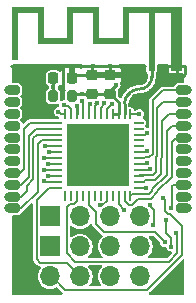
<source format=gbr>
%TF.GenerationSoftware,KiCad,Pcbnew,(5.99.0-10506-gb986797469)*%
%TF.CreationDate,2021-05-05T16:41:54+02:00*%
%TF.ProjectId,ESP31,45535033-312e-46b6-9963-61645f706362,rev?*%
%TF.SameCoordinates,Original*%
%TF.FileFunction,Copper,L1,Top*%
%TF.FilePolarity,Positive*%
%FSLAX46Y46*%
G04 Gerber Fmt 4.6, Leading zero omitted, Abs format (unit mm)*
G04 Created by KiCad (PCBNEW (5.99.0-10506-gb986797469)) date 2021-05-05 16:41:54*
%MOMM*%
%LPD*%
G01*
G04 APERTURE LIST*
G04 Aperture macros list*
%AMRoundRect*
0 Rectangle with rounded corners*
0 $1 Rounding radius*
0 $2 $3 $4 $5 $6 $7 $8 $9 X,Y pos of 4 corners*
0 Add a 4 corners polygon primitive as box body*
4,1,4,$2,$3,$4,$5,$6,$7,$8,$9,$2,$3,0*
0 Add four circle primitives for the rounded corners*
1,1,$1+$1,$2,$3*
1,1,$1+$1,$4,$5*
1,1,$1+$1,$6,$7*
1,1,$1+$1,$8,$9*
0 Add four rect primitives between the rounded corners*
20,1,$1+$1,$2,$3,$4,$5,0*
20,1,$1+$1,$4,$5,$6,$7,0*
20,1,$1+$1,$6,$7,$8,$9,0*
20,1,$1+$1,$8,$9,$2,$3,0*%
%AMOutline5P*
0 Free polygon, 5 corners , with rotation*
0 The origin of the aperture is its center*
0 number of corners: always 8*
0 $1 to $10 corner X, Y*
0 $11 Rotation angle, in degrees counterclockwise*
0 create outline with 8 corners*
4,1,5,$1,$2,$3,$4,$5,$6,$7,$8,$9,$10,$1,$2,$11*%
%AMOutline6P*
0 Free polygon, 6 corners , with rotation*
0 The origin of the aperture is its center*
0 number of corners: always 6*
0 $1 to $12 corner X, Y*
0 $13 Rotation angle, in degrees counterclockwise*
0 create outline with 6 corners*
4,1,6,$1,$2,$3,$4,$5,$6,$7,$8,$9,$10,$11,$12,$1,$2,$13*%
%AMOutline7P*
0 Free polygon, 7 corners , with rotation*
0 The origin of the aperture is its center*
0 number of corners: always 7*
0 $1 to $14 corner X, Y*
0 $15 Rotation angle, in degrees counterclockwise*
0 create outline with 7 corners*
4,1,7,$1,$2,$3,$4,$5,$6,$7,$8,$9,$10,$11,$12,$13,$14,$1,$2,$15*%
%AMOutline8P*
0 Free polygon, 8 corners , with rotation*
0 The origin of the aperture is its center*
0 number of corners: always 8*
0 $1 to $16 corner X, Y*
0 $17 Rotation angle, in degrees counterclockwise*
0 create outline with 8 corners*
4,1,8,$1,$2,$3,$4,$5,$6,$7,$8,$9,$10,$11,$12,$13,$14,$15,$16,$1,$2,$17*%
G04 Aperture macros list end*
%TA.AperFunction,ComponentPad*%
%ADD10C,0.800000*%
%TD*%
%TA.AperFunction,ComponentPad*%
%ADD11Outline6P,0.200000X-0.400000X-0.400000X-0.400000X-0.400000X0.400000X0.200000X0.400000X0.400000X0.200000X0.400000X-0.200000X180.000000*%
%TD*%
%TA.AperFunction,ComponentPad*%
%ADD12Outline6P,0.200000X-0.400000X-0.400000X-0.400000X-0.400000X0.400000X0.200000X0.400000X0.400000X0.200000X0.400000X-0.200000X0.000000*%
%TD*%
%TA.AperFunction,SMDPad,CuDef*%
%ADD13RoundRect,0.225000X-0.225000X-0.250000X0.225000X-0.250000X0.225000X0.250000X-0.225000X0.250000X0*%
%TD*%
%TA.AperFunction,SMDPad,CuDef*%
%ADD14RoundRect,0.225000X-0.250000X0.225000X-0.250000X-0.225000X0.250000X-0.225000X0.250000X0.225000X0*%
%TD*%
%TA.AperFunction,SMDPad,CuDef*%
%ADD15RoundRect,0.062500X-0.062500X0.337500X-0.062500X-0.337500X0.062500X-0.337500X0.062500X0.337500X0*%
%TD*%
%TA.AperFunction,SMDPad,CuDef*%
%ADD16RoundRect,0.062500X-0.337500X0.062500X-0.337500X-0.062500X0.337500X-0.062500X0.337500X0.062500X0*%
%TD*%
%TA.AperFunction,SMDPad,CuDef*%
%ADD17R,5.300000X5.300000*%
%TD*%
%TA.AperFunction,ComponentPad*%
%ADD18R,0.900000X0.500000*%
%TD*%
%TA.AperFunction,ConnectorPad*%
%ADD19R,0.500000X0.500000*%
%TD*%
%TA.AperFunction,SMDPad,CuDef*%
%ADD20RoundRect,0.200000X0.200000X0.275000X-0.200000X0.275000X-0.200000X-0.275000X0.200000X-0.275000X0*%
%TD*%
%TA.AperFunction,ComponentPad*%
%ADD21R,1.700000X1.700000*%
%TD*%
%TA.AperFunction,ComponentPad*%
%ADD22O,1.700000X1.700000*%
%TD*%
%TA.AperFunction,ViaPad*%
%ADD23C,0.400000*%
%TD*%
%TA.AperFunction,Conductor*%
%ADD24C,0.250000*%
%TD*%
%TA.AperFunction,Conductor*%
%ADD25C,0.200000*%
%TD*%
G04 APERTURE END LIST*
%TO.C,AE1*%
G36*
X117700000Y-95875000D02*
G01*
X117700000Y-95616842D01*
X118001778Y-95616842D01*
X118008309Y-95666368D01*
X118028868Y-95711553D01*
X118062511Y-95746787D01*
X118081122Y-95757400D01*
X118126637Y-95770300D01*
X118175156Y-95771043D01*
X118217819Y-95758935D01*
X118225731Y-95754581D01*
X118263674Y-95721797D01*
X118287742Y-95679395D01*
X118297583Y-95631785D01*
X118292847Y-95583378D01*
X118273185Y-95538584D01*
X118238245Y-95501814D01*
X118205353Y-95484908D01*
X118157267Y-95477018D01*
X118107682Y-95483592D01*
X118062372Y-95503687D01*
X118027112Y-95536357D01*
X118010218Y-95568583D01*
X118001778Y-95616842D01*
X117700000Y-95616842D01*
X117700000Y-90975000D01*
X116300000Y-90975000D01*
X116300000Y-95875000D01*
X115800000Y-95875000D01*
X115800000Y-90975000D01*
X114100000Y-90975000D01*
X114100000Y-93615000D01*
X111100000Y-93615000D01*
X111100000Y-90975000D01*
X109400000Y-90975000D01*
X109400000Y-93615000D01*
X106400000Y-93615000D01*
X106400000Y-90975000D01*
X104700000Y-90975000D01*
X104700000Y-94915000D01*
X104200000Y-94915000D01*
X104200000Y-90475000D01*
X106900000Y-90475000D01*
X106900000Y-93115000D01*
X108900000Y-93115000D01*
X108900000Y-90475000D01*
X111600000Y-90475000D01*
X111600000Y-93115000D01*
X113600000Y-93115000D01*
X113600000Y-90475000D01*
X118600000Y-90475000D01*
X118600000Y-95875000D01*
X117700000Y-95875000D01*
G37*
%TD*%
D10*
%TO.P,J8,1,Pin_1*%
%TO.N,/SD0*%
X119000000Y-104500000D03*
D11*
X118500000Y-104500000D03*
%TD*%
D10*
%TO.P,J10,1,Pin_1*%
%TO.N,/IO5*%
X119000000Y-102500000D03*
D11*
X118500000Y-102500000D03*
%TD*%
D10*
%TO.P,J15,1,Pin_1*%
%TO.N,/IO21*%
X119000000Y-97500000D03*
D11*
X118500000Y-97500000D03*
%TD*%
D10*
%TO.P,J12,1,Pin_1*%
%TO.N,/IO10*%
X119000000Y-105500000D03*
D11*
X118500000Y-105500000D03*
%TD*%
D10*
%TO.P,J23,1,Pin_1*%
%TO.N,/IO34*%
X104000000Y-101500000D03*
D12*
X104500000Y-101500000D03*
%TD*%
D10*
%TO.P,J14,1,Pin_1*%
%TO.N,/IO19*%
X119000000Y-99500000D03*
D11*
X118500000Y-99500000D03*
%TD*%
D13*
%TO.P,C1,1*%
%TO.N,/EN*%
X107725000Y-96500000D03*
%TO.P,C1,2*%
%TO.N,GND*%
X109275000Y-96500000D03*
%TD*%
D10*
%TO.P,J11,1,Pin_1*%
%TO.N,/IO9*%
X119000000Y-106500000D03*
D11*
X118500000Y-106500000D03*
%TD*%
D10*
%TO.P,J17,1,Pin_1*%
%TO.N,/IO23*%
X119000000Y-100500000D03*
D11*
X118500000Y-100500000D03*
%TD*%
D10*
%TO.P,J24,1,Pin_1*%
%TO.N,/IO35*%
X104000000Y-99500000D03*
D12*
X104500000Y-99500000D03*
%TD*%
D10*
%TO.P,J18,1,Pin_1*%
%TO.N,/IO25*%
X104000000Y-105500000D03*
D12*
X104500000Y-105500000D03*
%TD*%
D14*
%TO.P,C2,1*%
%TO.N,GND*%
X111000000Y-96225000D03*
%TO.P,C2,2*%
%TO.N,+3V3*%
X111000000Y-97775000D03*
%TD*%
%TO.P,C3,1*%
%TO.N,GND*%
X112500000Y-96225000D03*
%TO.P,C3,2*%
%TO.N,+3V3*%
X112500000Y-97775000D03*
%TD*%
D10*
%TO.P,J20,1,Pin_1*%
%TO.N,/IO27*%
X104000000Y-107500000D03*
D12*
X104500000Y-107500000D03*
%TD*%
D10*
%TO.P,J22,1,Pin_1*%
%TO.N,/IO33*%
X104000000Y-104500000D03*
D12*
X104500000Y-104500000D03*
%TD*%
D10*
%TO.P,J19,1,Pin_1*%
%TO.N,/IO26*%
X104000000Y-106500000D03*
D12*
X104500000Y-106500000D03*
%TD*%
D10*
%TO.P,J13,1,Pin_1*%
%TO.N,/IO18*%
X119000000Y-101500000D03*
D11*
X118500000Y-101500000D03*
%TD*%
D15*
%TO.P,U1,1,VDDA*%
%TO.N,+3V3*%
X114250000Y-99550000D03*
%TO.P,U1,2,LNA_IN*%
%TO.N,Net-(AE1-Pad1)*%
X113750000Y-99550000D03*
%TO.P,U1,3,VDDA3P3*%
%TO.N,+3V3*%
X113250000Y-99550000D03*
%TO.P,U1,4,VDDA3P3*%
X112750000Y-99550000D03*
%TO.P,U1,5,SENSOR_VP*%
%TO.N,/SENS_VP*%
X112250000Y-99550000D03*
%TO.P,U1,6,SENSOR_CAPP*%
%TO.N,/CAPP*%
X111750000Y-99550000D03*
%TO.P,U1,7,SENSOR_CAPN*%
%TO.N,/CAPN*%
X111250000Y-99550000D03*
%TO.P,U1,8,SENSOR_VN*%
%TO.N,/SENS_VN*%
X110750000Y-99550000D03*
%TO.P,U1,9,EN*%
%TO.N,/EN*%
X110250000Y-99550000D03*
%TO.P,U1,10,IO34*%
%TO.N,/IO34*%
X109750000Y-99550000D03*
%TO.P,U1,11,IO35*%
%TO.N,/IO35*%
X109250000Y-99550000D03*
%TO.P,U1,12,IO32*%
%TO.N,/IO32*%
X108750000Y-99550000D03*
D16*
%TO.P,U1,13,IO33*%
%TO.N,/IO33*%
X108050000Y-100250000D03*
%TO.P,U1,14,IO25*%
%TO.N,/IO25*%
X108050000Y-100750000D03*
%TO.P,U1,15,IO26*%
%TO.N,/IO26*%
X108050000Y-101250000D03*
%TO.P,U1,16,IO27*%
%TO.N,/IO27*%
X108050000Y-101750000D03*
%TO.P,U1,17,IO14*%
%TO.N,/MTMS*%
X108050000Y-102250000D03*
%TO.P,U1,18,IO12*%
%TO.N,/MTDI*%
X108050000Y-102750000D03*
%TO.P,U1,19,VDD3P3_RTC*%
%TO.N,+3V3*%
X108050000Y-103250000D03*
%TO.P,U1,20,IO13*%
%TO.N,/MTCK*%
X108050000Y-103750000D03*
%TO.P,U1,21,IO15*%
%TO.N,/MTDO*%
X108050000Y-104250000D03*
%TO.P,U1,22,IO2*%
%TO.N,/IO2*%
X108050000Y-104750000D03*
%TO.P,U1,23,IO0*%
%TO.N,/IO0*%
X108050000Y-105250000D03*
%TO.P,U1,24,IO4*%
%TO.N,/IO4*%
X108050000Y-105750000D03*
D15*
%TO.P,U1,25,IO16*%
%TO.N,unconnected-(U1-Pad25)*%
X108750000Y-106450000D03*
%TO.P,U1,26,VDD_SDIO*%
%TO.N,unconnected-(U1-Pad26)*%
X109250000Y-106450000D03*
%TO.P,U1,27,IO17*%
%TO.N,/IO17*%
X109750000Y-106450000D03*
%TO.P,U1,28,SD2/IO9*%
%TO.N,/IO9*%
X110250000Y-106450000D03*
%TO.P,U1,29,SD3/IO10*%
%TO.N,/IO10*%
X110750000Y-106450000D03*
%TO.P,U1,30,CMD*%
%TO.N,unconnected-(U1-Pad30)*%
X111250000Y-106450000D03*
%TO.P,U1,31,CLK*%
%TO.N,unconnected-(U1-Pad31)*%
X111750000Y-106450000D03*
%TO.P,U1,32,SD0*%
%TO.N,/SD0*%
X112250000Y-106450000D03*
%TO.P,U1,33,SD1*%
%TO.N,/SD1*%
X112750000Y-106450000D03*
%TO.P,U1,34,IO5*%
%TO.N,/IO5*%
X113250000Y-106450000D03*
%TO.P,U1,35,IO18*%
%TO.N,/IO18*%
X113750000Y-106450000D03*
%TO.P,U1,36,IO23*%
%TO.N,/IO23*%
X114250000Y-106450000D03*
D16*
%TO.P,U1,37,VDD3P3_CPU*%
%TO.N,+3V3*%
X114950000Y-105750000D03*
%TO.P,U1,38,IO19*%
%TO.N,/IO19*%
X114950000Y-105250000D03*
%TO.P,U1,39,IO22*%
%TO.N,/IO22*%
X114950000Y-104750000D03*
%TO.P,U1,40,U0RXD/IO3*%
%TO.N,/IO3*%
X114950000Y-104250000D03*
%TO.P,U1,41,U0TXD/IO1*%
%TO.N,/IO1*%
X114950000Y-103750000D03*
%TO.P,U1,42,IO21*%
%TO.N,/IO21*%
X114950000Y-103250000D03*
%TO.P,U1,43,VDDA*%
%TO.N,+3V3*%
X114950000Y-102750000D03*
%TO.P,U1,44,XTAL_N_NC*%
%TO.N,unconnected-(U1-Pad44)*%
X114950000Y-102250000D03*
%TO.P,U1,45,XTAL_P_NC*%
%TO.N,unconnected-(U1-Pad45)*%
X114950000Y-101750000D03*
%TO.P,U1,46,VDDA*%
%TO.N,+3V3*%
X114950000Y-101250000D03*
%TO.P,U1,47,CAP2_NC*%
%TO.N,unconnected-(U1-Pad47)*%
X114950000Y-100750000D03*
%TO.P,U1,48,CAP1_NC*%
%TO.N,unconnected-(U1-Pad48)*%
X114950000Y-100250000D03*
D17*
%TO.P,U1,49,GND*%
%TO.N,GND*%
X111500000Y-103000000D03*
%TD*%
D18*
%TO.P,AE1,2,Shield*%
%TO.N,GND*%
X118150000Y-95625000D03*
D19*
%TO.P,AE1,1,A*%
%TO.N,Net-(AE1-Pad1)*%
X116050000Y-95625000D03*
%TD*%
D10*
%TO.P,J5,1,Pin_1*%
%TO.N,/CAPN*%
X104000000Y-103500000D03*
D12*
X104500000Y-103500000D03*
%TD*%
D10*
%TO.P,J6,1,Pin_1*%
%TO.N,/SENS_VN*%
X104000000Y-102500000D03*
D12*
X104500000Y-102500000D03*
%TD*%
D10*
%TO.P,J16,1,Pin_1*%
%TO.N,/IO22*%
X119000000Y-98500000D03*
D11*
X118500000Y-98500000D03*
%TD*%
D20*
%TO.P,R1,1*%
%TO.N,+3V3*%
X109325000Y-98000000D03*
%TO.P,R1,2*%
%TO.N,/EN*%
X107675000Y-98000000D03*
%TD*%
D21*
%TO.P,J2,1,Pin_1*%
%TO.N,/MTDO*%
X107460000Y-108185000D03*
D22*
%TO.P,J2,2,Pin_2*%
%TO.N,/MTCK*%
X110000000Y-108185000D03*
%TO.P,J2,3,Pin_3*%
%TO.N,/MTDI*%
X112540000Y-108185000D03*
%TO.P,J2,4,Pin_4*%
%TO.N,/MTMS*%
X115080000Y-108185000D03*
%TD*%
D10*
%TO.P,J9,1,Pin_1*%
%TO.N,/SD1*%
X119000000Y-103500000D03*
D11*
X118500000Y-103500000D03*
%TD*%
D10*
%TO.P,J3,1,Pin_1*%
%TO.N,/SENS_VP*%
X104000000Y-97500000D03*
D12*
X104500000Y-97500000D03*
%TD*%
D10*
%TO.P,J21,1,Pin_1*%
%TO.N,/IO32*%
X104000000Y-100500000D03*
D12*
X104500000Y-100500000D03*
%TD*%
D10*
%TO.P,J4,1,Pin_1*%
%TO.N,/CAPP*%
X104000000Y-98500000D03*
D12*
X104500000Y-98500000D03*
%TD*%
D10*
%TO.P,J7,1,Pin_1*%
%TO.N,/IO17*%
X119000000Y-107500000D03*
D11*
X118500000Y-107500000D03*
%TD*%
D21*
%TO.P,J1,1,Pin_1*%
%TO.N,GND*%
X107460000Y-110725000D03*
D22*
%TO.P,J1,2,Pin_2*%
%TO.N,/IO1*%
X107460000Y-113265000D03*
%TO.P,J1,3,Pin_3*%
%TO.N,/IO2*%
X110000000Y-110725000D03*
%TO.P,J1,4,Pin_4*%
%TO.N,/IO4*%
X110000000Y-113265000D03*
%TO.P,J1,5,Pin_5*%
%TO.N,/IO0*%
X112540000Y-110725000D03*
%TO.P,J1,6,Pin_6*%
%TO.N,/EN*%
X112540000Y-113265000D03*
%TO.P,J1,7,Pin_7*%
%TO.N,/IO3*%
X115080000Y-110725000D03*
%TO.P,J1,8,Pin_8*%
%TO.N,+3V3*%
X115080000Y-113265000D03*
%TD*%
D23*
%TO.N,GND*%
X111250000Y-112750000D03*
X111250000Y-109750000D03*
X116500000Y-111000000D03*
X117072200Y-95427800D03*
X114822200Y-95427800D03*
X112496600Y-95427800D03*
X111072200Y-95427800D03*
X109270800Y-95427800D03*
X107822200Y-95427800D03*
X106822200Y-95427800D03*
X104500000Y-96000000D03*
X105572200Y-95427800D03*
X104500000Y-108500000D03*
X104500000Y-111500000D03*
X104500000Y-114500000D03*
X116750000Y-114500000D03*
X118500000Y-114500000D03*
X118500000Y-112750000D03*
%TO.N,/SD0*%
X117700500Y-110741379D03*
%TO.N,/IO5*%
X113744776Y-107649459D03*
%TO.N,/IO10*%
X117675498Y-107500000D03*
X117178605Y-110379611D03*
%TO.N,/CAPP*%
X112018504Y-98585338D03*
%TO.N,/SD0*%
X117273183Y-108471823D03*
%TO.N,/SENS_VP*%
X112668472Y-98685228D03*
%TO.N,/SD0*%
X111691359Y-107249500D03*
%TO.N,/IO17*%
X118100500Y-109600000D03*
%TO.N,/IO35*%
X108637107Y-98751298D03*
%TO.N,/IO5*%
X116200000Y-108900000D03*
%TO.N,/IO34*%
X109721076Y-98846187D03*
%TO.N,/IO32*%
X108153200Y-99314000D03*
%TO.N,/CAPN*%
X111388365Y-98615321D03*
%TO.N,/IO5*%
X115877458Y-107200000D03*
%TO.N,GND*%
X116027200Y-97586800D03*
X112600000Y-100900000D03*
X113868200Y-97231200D03*
X114579400Y-98094800D03*
X116484400Y-96926400D03*
X116586000Y-96164400D03*
X108508800Y-97256600D03*
X111500000Y-103000000D03*
X113600000Y-100900000D03*
X110500000Y-100900000D03*
X109600000Y-101800000D03*
X106500000Y-99000000D03*
X115519200Y-96164400D03*
X114000000Y-96000000D03*
X115214400Y-96799400D03*
X110000000Y-103100000D03*
X113100000Y-104600000D03*
X118500000Y-96500000D03*
X112800000Y-102400000D03*
X114503200Y-96926400D03*
X113474133Y-97657041D03*
X110200000Y-104600000D03*
X115316000Y-97917000D03*
X114300000Y-98729800D03*
%TO.N,/EN*%
X110133953Y-98374420D03*
X107725000Y-97227600D03*
%TO.N,+3V3*%
X110124000Y-97775000D03*
X113010360Y-97022906D03*
X106922571Y-103200000D03*
X115600000Y-105749500D03*
X115639885Y-102618660D03*
X115639885Y-101118660D03*
X115000000Y-99500000D03*
%TO.N,/IO1*%
X117000000Y-106600000D03*
X115653618Y-103660511D03*
%TO.N,/IO2*%
X107300000Y-104749500D03*
%TO.N,/IO0*%
X106922571Y-105215278D03*
%TO.N,/IO3*%
X115902665Y-104205835D03*
%TO.N,/MTDO*%
X106922571Y-104210679D03*
%TO.N,/MTCK*%
X107305606Y-103749500D03*
%TO.N,/MTDI*%
X107359644Y-102749500D03*
%TO.N,/MTMS*%
X107000000Y-102260453D03*
%TO.N,/SENS_VN*%
X110788082Y-98625893D03*
%TD*%
D24*
%TO.N,GND*%
X117072200Y-95427800D02*
X116624511Y-95427800D01*
X114822200Y-95427800D02*
X115475489Y-95427800D01*
X111072200Y-95427800D02*
X112496600Y-95427800D01*
X107822200Y-95427800D02*
X106822200Y-95427800D01*
X106822200Y-95427800D02*
X105572200Y-95427800D01*
X105572200Y-95427800D02*
X104165400Y-95427800D01*
D25*
%TO.N,/IO22*%
X114950000Y-104750000D02*
X114994654Y-104705346D01*
%TO.N,/IO21*%
X115848302Y-103149520D02*
X116139396Y-102858426D01*
%TO.N,/IO10*%
X112000000Y-109500000D02*
X111300000Y-108800000D01*
%TO.N,/IO17*%
X109750000Y-106869046D02*
X109469526Y-107149520D01*
%TO.N,/IO27*%
X105000000Y-107500000D02*
X106423071Y-106076929D01*
%TO.N,/IO18*%
X116499030Y-106154753D02*
X115954263Y-106699520D01*
%TO.N,/IO5*%
X113250000Y-106450000D02*
X113250000Y-107154683D01*
%TO.N,/IO35*%
X109250000Y-99550000D02*
X109250000Y-99095598D01*
%TO.N,/IO18*%
X114919526Y-106699520D02*
X114369546Y-107249500D01*
%TO.N,/IO22*%
X116538916Y-98961084D02*
X117000000Y-98500000D01*
%TO.N,/IO25*%
X106250000Y-100750000D02*
X108050000Y-100750000D01*
%TO.N,/SD0*%
X111869546Y-107249500D02*
X111691359Y-107249500D01*
%TO.N,/IO25*%
X105624031Y-104875969D02*
X105624031Y-101375969D01*
%TO.N,/IO18*%
X113750000Y-106869046D02*
X113750000Y-106450000D01*
%TO.N,/IO33*%
X105750000Y-100250000D02*
X108050000Y-100250000D01*
%TO.N,/IO10*%
X116298994Y-109500000D02*
X112000000Y-109500000D01*
%TO.N,/IO21*%
X115369046Y-103250000D02*
X115469526Y-103149520D01*
%TO.N,/IO10*%
X117178605Y-110379611D02*
X116298994Y-109500000D01*
%TO.N,/CAPN*%
X111250000Y-98833400D02*
X111250000Y-99550000D01*
%TO.N,/IO19*%
X115369046Y-105250000D02*
X115514180Y-105104866D01*
%TO.N,/CAPN*%
X111350480Y-98678330D02*
X111350480Y-98732920D01*
%TO.N,/IO26*%
X106023550Y-105041456D02*
X105500000Y-105565006D01*
X105500000Y-106000000D02*
X105000000Y-106500000D01*
%TO.N,/SD0*%
X112250000Y-106450000D02*
X112250000Y-106869046D01*
%TO.N,/IO17*%
X108850489Y-107411000D02*
X108850489Y-111276766D01*
%TO.N,/SD0*%
X117273183Y-109620227D02*
X117700500Y-110047544D01*
%TO.N,/CAPN*%
X111350480Y-98732920D02*
X111250000Y-98833400D01*
%TO.N,/IO19*%
X116938436Y-100061564D02*
X117500000Y-99500000D01*
%TO.N,/IO23*%
X117337956Y-100962044D02*
X117337956Y-104639833D01*
%TO.N,/IO5*%
X113250000Y-107154683D02*
X113744776Y-107649459D01*
%TO.N,/IO10*%
X110750000Y-107233723D02*
X110750000Y-106450000D01*
%TO.N,/IO17*%
X118100500Y-109600000D02*
X118200000Y-109699500D01*
%TO.N,/IO23*%
X117800000Y-100500000D02*
X117337956Y-100962044D01*
%TO.N,/IO22*%
X114994654Y-104705346D02*
X116142431Y-104705346D01*
%TO.N,/IO18*%
X115954263Y-106699520D02*
X114919526Y-106699520D01*
%TO.N,/IO23*%
X117337956Y-104639833D02*
X116099511Y-105878278D01*
%TO.N,/IO10*%
X117775489Y-107400009D02*
X117775489Y-105599511D01*
%TO.N,/IO17*%
X117481272Y-112000000D02*
X116500000Y-112000000D01*
%TO.N,/IO21*%
X116139396Y-102858426D02*
X116139396Y-98360604D01*
%TO.N,/IO17*%
X109469526Y-107149520D02*
X109111969Y-107149520D01*
%TO.N,/IO10*%
X111300000Y-108800000D02*
X111300000Y-107783723D01*
%TO.N,/IO19*%
X114950000Y-105250000D02*
X115369046Y-105250000D01*
%TO.N,/IO5*%
X116229511Y-108870489D02*
X116200000Y-108900000D01*
%TO.N,/IO32*%
X108389200Y-99550000D02*
X108153200Y-99314000D01*
%TO.N,/IO17*%
X108850489Y-111276766D02*
X109573723Y-112000000D01*
%TO.N,/IO27*%
X106750000Y-101750000D02*
X108050000Y-101750000D01*
%TO.N,/CAPP*%
X112018504Y-98585338D02*
X112018504Y-98691376D01*
%TO.N,/IO35*%
X109250000Y-99095598D02*
X108979882Y-98825480D01*
%TO.N,/SENS_VP*%
X112660370Y-98685228D02*
X112250000Y-99095598D01*
D24*
%TO.N,/IO34*%
X109750000Y-99550000D02*
X109750000Y-98875111D01*
D25*
%TO.N,/IO10*%
X117775489Y-105599511D02*
X117875000Y-105500000D01*
%TO.N,/IO26*%
X105000000Y-106500000D02*
X104500000Y-106500000D01*
X105500000Y-105565006D02*
X105500000Y-106000000D01*
%TO.N,/IO23*%
X115788777Y-106300000D02*
X114400000Y-106300000D01*
%TO.N,/IO18*%
X114369546Y-107249500D02*
X114130454Y-107249500D01*
%TO.N,/SD0*%
X117273183Y-108471823D02*
X117273183Y-109620227D01*
%TO.N,/CAPP*%
X111750000Y-98959880D02*
X111750000Y-99550000D01*
%TO.N,/IO25*%
X105000000Y-105500000D02*
X105100000Y-105400000D01*
%TO.N,/IO19*%
X116801696Y-103326138D02*
X116938436Y-103189398D01*
%TO.N,/IO25*%
X104500000Y-105500000D02*
X105000000Y-105500000D01*
%TO.N,/SD0*%
X112250000Y-106869046D02*
X111869546Y-107249500D01*
%TO.N,/IO23*%
X118500000Y-100500000D02*
X117800000Y-100500000D01*
%TO.N,/IO10*%
X111300000Y-107783723D02*
X110750000Y-107233723D01*
%TO.N,/IO17*%
X116500000Y-112000000D02*
X116800000Y-112000000D01*
%TO.N,/IO22*%
X117000000Y-98500000D02*
X118500000Y-98500000D01*
%TO.N,/IO19*%
X116938436Y-103189398D02*
X116938436Y-100061564D01*
%TO.N,/IO17*%
X109573723Y-112000000D02*
X116500000Y-112000000D01*
%TO.N,/IO19*%
X115514180Y-105104866D02*
X116307918Y-105104865D01*
%TO.N,/IO18*%
X114130454Y-107249500D02*
X113750000Y-106869046D01*
D24*
%TO.N,/IO34*%
X109750000Y-98875111D02*
X109721076Y-98846187D01*
D25*
%TO.N,/CAPN*%
X111287471Y-98615321D02*
X111350480Y-98678330D01*
D24*
%TO.N,/SENS_VP*%
X112668472Y-98685228D02*
X112660370Y-98685228D01*
D25*
%TO.N,/IO21*%
X115469526Y-103149520D02*
X115848302Y-103149520D01*
%TO.N,/IO33*%
X104500000Y-104500000D02*
X104889120Y-104500000D01*
%TO.N,/IO18*%
X117737475Y-104805320D02*
X116499030Y-106043765D01*
%TO.N,/IO19*%
X117500000Y-99500000D02*
X118500000Y-99500000D01*
%TO.N,/IO18*%
X116499030Y-106043765D02*
X116499030Y-106154753D01*
%TO.N,/IO33*%
X105224511Y-104164609D02*
X105224511Y-100775489D01*
%TO.N,/IO23*%
X116099511Y-105878278D02*
X116099511Y-105989266D01*
%TO.N,/IO5*%
X115900000Y-107300000D02*
X116229511Y-107629511D01*
%TO.N,/IO17*%
X118200000Y-109699500D02*
X118200000Y-111281272D01*
%TO.N,/IO26*%
X106315006Y-101250000D02*
X106023550Y-101541456D01*
%TO.N,/IO35*%
X108979882Y-98825480D02*
X108711289Y-98825480D01*
%TO.N,/IO27*%
X106423071Y-106076929D02*
X106423071Y-102076929D01*
%TO.N,/SD0*%
X117700500Y-110047544D02*
X117700500Y-110741379D01*
%TO.N,/IO18*%
X118500000Y-101500000D02*
X118100000Y-101500000D01*
%TO.N,/IO17*%
X109111969Y-107149520D02*
X108850489Y-107411000D01*
%TO.N,/IO32*%
X108526800Y-99550000D02*
X108389200Y-99550000D01*
%TO.N,/IO18*%
X114130454Y-107249500D02*
X114191359Y-107249500D01*
%TO.N,/IO5*%
X115900000Y-107222542D02*
X115900000Y-107300000D01*
%TO.N,/IO26*%
X106023550Y-101541456D02*
X106023550Y-105041456D01*
%TO.N,/IO33*%
X104889120Y-104500000D02*
X105224511Y-104164609D01*
%TO.N,/IO35*%
X108711289Y-98825480D02*
X108637107Y-98751298D01*
%TO.N,/IO5*%
X115877458Y-107200000D02*
X115900000Y-107222542D01*
%TO.N,/IO22*%
X116538916Y-103023912D02*
X116538916Y-98961084D01*
%TO.N,/IO27*%
X104500000Y-107500000D02*
X105000000Y-107500000D01*
%TO.N,/IO25*%
X105624031Y-101375969D02*
X106250000Y-100750000D01*
%TO.N,/IO32*%
X108750000Y-99550000D02*
X108526800Y-99550000D01*
%TO.N,/IO22*%
X116402176Y-104445601D02*
X116402176Y-103160652D01*
%TO.N,/IO19*%
X116801696Y-104611087D02*
X116801696Y-103326138D01*
%TO.N,/CAPP*%
X112018504Y-98691376D02*
X111750000Y-98959880D01*
%TO.N,/SENS_VP*%
X112250000Y-99095598D02*
X112250000Y-99550000D01*
%TO.N,/IO21*%
X117000000Y-97500000D02*
X118500000Y-97500000D01*
%TO.N,/IO5*%
X116229511Y-107629511D02*
X116229511Y-108870489D01*
%TO.N,/IO17*%
X109750000Y-106450000D02*
X109750000Y-106869046D01*
%TO.N,/IO23*%
X114400000Y-106300000D02*
X114250000Y-106450000D01*
%TO.N,/IO22*%
X116402176Y-103160652D02*
X116538916Y-103023912D01*
%TO.N,/IO27*%
X106423071Y-102076929D02*
X106750000Y-101750000D01*
%TO.N,/IO10*%
X117875000Y-105500000D02*
X118500000Y-105500000D01*
%TO.N,/IO18*%
X117737476Y-101862524D02*
X117737475Y-104805320D01*
%TO.N,/IO19*%
X116307918Y-105104865D02*
X116801696Y-104611087D01*
%TO.N,/IO17*%
X118200000Y-111281272D02*
X117481272Y-112000000D01*
%TO.N,/IO21*%
X116139396Y-98360604D02*
X117000000Y-97500000D01*
%TO.N,/IO23*%
X116099511Y-105989266D02*
X115788777Y-106300000D01*
%TO.N,/IO33*%
X105224511Y-100775489D02*
X105750000Y-100250000D01*
%TO.N,/IO18*%
X118100000Y-101500000D02*
X117737476Y-101862524D01*
%TO.N,/IO22*%
X116142431Y-104705346D02*
X116402176Y-104445601D01*
%TO.N,/IO21*%
X114950000Y-103250000D02*
X115369046Y-103250000D01*
%TO.N,/IO26*%
X108050000Y-101250000D02*
X106315006Y-101250000D01*
%TO.N,/IO10*%
X117675498Y-107500000D02*
X117775489Y-107400009D01*
%TO.N,/IO25*%
X105000000Y-105500000D02*
X105624031Y-104875969D01*
D24*
%TO.N,GND*%
X118150000Y-96350000D02*
X118000000Y-96500000D01*
X118150000Y-95625000D02*
X118150000Y-96350000D01*
X118150000Y-95625000D02*
X118347200Y-95427800D01*
X118150000Y-95438600D02*
X118139200Y-95427800D01*
X112500000Y-95431200D02*
X112496600Y-95427800D01*
X108508800Y-95427800D02*
X107822200Y-95427800D01*
X118846600Y-95427800D02*
X118874980Y-95456180D01*
X118874980Y-96125020D02*
X118500000Y-96500000D01*
X118150000Y-95625000D02*
X118150000Y-95438600D01*
X109367000Y-96500000D02*
X109642000Y-96225000D01*
X118347200Y-95427800D02*
X118846600Y-95427800D01*
X109270800Y-95427800D02*
X110998000Y-95427800D01*
X118874980Y-95456180D02*
X118874980Y-96125020D01*
X109275000Y-96500000D02*
X109275000Y-95432000D01*
X109270800Y-95427800D02*
X108508800Y-95427800D01*
X109642000Y-96225000D02*
X111000000Y-96225000D01*
X108508800Y-95427800D02*
X108508800Y-97256600D01*
X111000000Y-96225000D02*
X111000000Y-95429800D01*
X109275000Y-95432000D02*
X109270800Y-95427800D01*
X112500000Y-96225000D02*
X112500000Y-95431200D01*
X111000000Y-95429800D02*
X110998000Y-95427800D01*
X109275000Y-96500000D02*
X109367000Y-96500000D01*
X110998000Y-95427800D02*
X111072200Y-95427800D01*
X108508800Y-97256600D02*
X108508800Y-98094800D01*
X118139200Y-95427800D02*
X117072200Y-95427800D01*
X112496600Y-95427800D02*
X114822200Y-95427800D01*
%TO.N,Net-(AE1-Pad1)*%
X114985800Y-97409000D02*
X115011948Y-97409000D01*
X116050000Y-96374625D02*
X116050000Y-95625000D01*
X114096800Y-97790000D02*
X114118589Y-97768211D01*
X113750000Y-99550000D02*
X113750000Y-98627249D01*
X115747800Y-97104200D02*
G75*
G02*
X115011948Y-97409000I-735848J735842D01*
G01*
X116049999Y-96374625D02*
G75*
G02*
X115747799Y-97104199I-1031767J-3D01*
G01*
X114985800Y-97409000D02*
G75*
G03*
X114118589Y-97768211I-1J-1226418D01*
G01*
X114096800Y-97790000D02*
G75*
G03*
X113750000Y-98627249I837249J-837249D01*
G01*
%TO.N,/EN*%
X107725000Y-97227600D02*
X107725000Y-97950000D01*
D25*
X110261400Y-98501867D02*
X110133953Y-98374420D01*
D24*
X107725000Y-97950000D02*
X107675000Y-98000000D01*
D25*
X110261400Y-99538600D02*
X110261400Y-98501867D01*
X110250000Y-99550000D02*
X110261400Y-99538600D01*
D24*
X107725000Y-96500000D02*
X107725000Y-97227600D01*
%TO.N,+3V3*%
X112500000Y-97775000D02*
X112500000Y-97533266D01*
X113250000Y-98525000D02*
X112500000Y-97775000D01*
X109325000Y-98000000D02*
X109467200Y-98000000D01*
D25*
X114950000Y-99550000D02*
X115000000Y-99500000D01*
D24*
X109467200Y-98000000D02*
X109692200Y-97775000D01*
D25*
X106972571Y-103250000D02*
X106922571Y-103200000D01*
X115599500Y-105750000D02*
X114950000Y-105750000D01*
D24*
X113250000Y-99550000D02*
X112750000Y-99550000D01*
D25*
X114950000Y-102750000D02*
X115508545Y-102750000D01*
X114250000Y-99550000D02*
X114950000Y-99550000D01*
X114950000Y-101250000D02*
X115508545Y-101250000D01*
X115508545Y-102750000D02*
X115639885Y-102618660D01*
X108050000Y-103250000D02*
X107120867Y-103250000D01*
X107120867Y-103250000D02*
X106972571Y-103250000D01*
D24*
X112500000Y-97533266D02*
X113010360Y-97022906D01*
X110124000Y-97775000D02*
X111000000Y-97775000D01*
X112750000Y-98025000D02*
X112500000Y-97775000D01*
D25*
X115508545Y-101250000D02*
X115639885Y-101118660D01*
D24*
X109692200Y-97775000D02*
X110124000Y-97775000D01*
X111000000Y-97775000D02*
X112500000Y-97775000D01*
X113250000Y-99550000D02*
X113250000Y-98525000D01*
D25*
X115600000Y-105749500D02*
X115599500Y-105750000D01*
%TO.N,/IO1*%
X117175987Y-106775987D02*
X117175987Y-107739766D01*
X117435732Y-107999511D02*
X117599511Y-107999511D01*
X117175987Y-107739766D02*
X117435732Y-107999511D01*
X107565000Y-113265000D02*
X107460000Y-113265000D01*
X115564129Y-103750000D02*
X114950000Y-103750000D01*
X118600000Y-109000000D02*
X118600000Y-111446278D01*
X117000000Y-106600000D02*
X117175987Y-106775987D01*
X118600000Y-111446278D02*
X115631766Y-114414511D01*
X115653618Y-103660511D02*
X115564129Y-103750000D01*
X118600000Y-111446278D02*
X117423139Y-112623139D01*
X117599511Y-107999511D02*
X118600000Y-109000000D01*
X115631766Y-114414511D02*
X108714511Y-114414511D01*
X108714511Y-114414511D02*
X107565000Y-113265000D01*
%TO.N,/IO2*%
X108050000Y-104750000D02*
X107300500Y-104750000D01*
X107300500Y-104750000D02*
X107300000Y-104749500D01*
%TO.N,/IO4*%
X106310489Y-111814609D02*
X106611369Y-112115489D01*
X107315006Y-105750000D02*
X106310489Y-106754517D01*
X106310489Y-106754517D02*
X106310489Y-111814609D01*
X106611369Y-112115489D02*
X108850489Y-112115489D01*
X108850489Y-112115489D02*
X110000000Y-113265000D01*
X108050000Y-105750000D02*
X107315006Y-105750000D01*
%TO.N,/IO0*%
X106957293Y-105250000D02*
X106922571Y-105215278D01*
X108050000Y-105250000D02*
X106957293Y-105250000D01*
%TO.N,/IO3*%
X115858500Y-104250000D02*
X114950000Y-104250000D01*
X115902665Y-104205835D02*
X115858500Y-104250000D01*
%TO.N,/MTDO*%
X108050000Y-104250000D02*
X106961892Y-104250000D01*
X106961892Y-104250000D02*
X106922571Y-104210679D01*
%TO.N,/MTCK*%
X108050000Y-103750000D02*
X107306106Y-103750000D01*
X107306106Y-103750000D02*
X107305606Y-103749500D01*
%TO.N,/MTDI*%
X107360144Y-102750000D02*
X108050000Y-102750000D01*
X107359644Y-102749500D02*
X107360144Y-102750000D01*
%TO.N,/MTMS*%
X107000000Y-102260453D02*
X107010453Y-102250000D01*
X107010453Y-102250000D02*
X108050000Y-102250000D01*
%TO.N,/SENS_VN*%
X110744000Y-98669975D02*
X110744000Y-99544000D01*
D24*
X110788082Y-98625893D02*
X110750000Y-98663975D01*
D25*
X110744000Y-99544000D02*
X110750000Y-99550000D01*
X110750000Y-98663975D02*
X110744000Y-98669975D01*
%TD*%
%TA.AperFunction,Conductor*%
%TO.N,GND*%
G36*
X105955934Y-107065780D02*
G01*
X105999199Y-107109045D01*
X106009989Y-107153990D01*
X106009989Y-111762501D01*
X106009759Y-111765633D01*
X106008266Y-111769981D01*
X106008609Y-111779117D01*
X106009919Y-111814010D01*
X106009989Y-111817724D01*
X106009989Y-111841455D01*
X106010824Y-111845939D01*
X106011071Y-111848613D01*
X106011420Y-111853998D01*
X106012463Y-111881771D01*
X106016069Y-111890166D01*
X106016070Y-111890168D01*
X106017003Y-111892339D01*
X106023366Y-111913283D01*
X106025472Y-111924588D01*
X106030269Y-111932370D01*
X106030270Y-111932373D01*
X106039437Y-111947245D01*
X106046119Y-111960108D01*
X106056623Y-111984557D01*
X106061944Y-111991035D01*
X106065447Y-111994538D01*
X106078628Y-112011213D01*
X106079376Y-112012038D01*
X106084173Y-112019820D01*
X106091448Y-112025352D01*
X106091449Y-112025353D01*
X106106194Y-112036565D01*
X106116274Y-112045365D01*
X106362037Y-112291128D01*
X106364089Y-112293506D01*
X106366108Y-112297636D01*
X106372808Y-112303851D01*
X106398411Y-112327601D01*
X106401087Y-112330178D01*
X106417867Y-112346958D01*
X106421624Y-112349536D01*
X106423709Y-112351268D01*
X106427763Y-112354829D01*
X106441421Y-112367499D01*
X106441424Y-112367501D01*
X106448124Y-112373716D01*
X106456615Y-112377104D01*
X106456616Y-112377104D01*
X106458808Y-112377979D01*
X106478119Y-112388291D01*
X106480058Y-112389621D01*
X106487599Y-112394794D01*
X106496493Y-112396905D01*
X106496494Y-112396905D01*
X106513489Y-112400938D01*
X106527318Y-112405312D01*
X106545540Y-112412582D01*
X106545542Y-112412582D01*
X106552030Y-112415171D01*
X106560373Y-112415989D01*
X106565323Y-112415989D01*
X106586440Y-112418460D01*
X106587552Y-112418514D01*
X106596446Y-112420625D01*
X106596502Y-112420617D01*
X106648668Y-112440433D01*
X106682171Y-112491630D01*
X106679183Y-112552742D01*
X106662474Y-112581224D01*
X106592202Y-112664971D01*
X106592199Y-112664975D01*
X106589093Y-112668677D01*
X106489853Y-112849194D01*
X106427565Y-113045549D01*
X106404603Y-113250263D01*
X106421840Y-113455538D01*
X106423173Y-113460186D01*
X106423173Y-113460187D01*
X106474740Y-113640019D01*
X106478621Y-113653555D01*
X106572782Y-113836773D01*
X106700737Y-113998212D01*
X106857612Y-114131723D01*
X106861835Y-114134083D01*
X106861839Y-114134086D01*
X106955808Y-114186603D01*
X107037432Y-114232221D01*
X107042030Y-114233715D01*
X107228742Y-114294382D01*
X107228745Y-114294383D01*
X107233347Y-114295878D01*
X107437895Y-114320269D01*
X107442717Y-114319898D01*
X107442720Y-114319898D01*
X107638458Y-114304837D01*
X107638463Y-114304836D01*
X107643286Y-114304465D01*
X107841695Y-114249068D01*
X107965354Y-114186603D01*
X108025819Y-114177242D01*
X108079995Y-114204966D01*
X108465180Y-114590152D01*
X108467232Y-114592530D01*
X108469250Y-114596658D01*
X108475949Y-114602872D01*
X108501540Y-114626611D01*
X108504216Y-114629188D01*
X108506024Y-114630996D01*
X108533801Y-114685513D01*
X108524230Y-114745945D01*
X108480965Y-114789210D01*
X108436020Y-114800000D01*
X104299000Y-114800000D01*
X104240809Y-114781093D01*
X104204845Y-114731593D01*
X104200000Y-114701000D01*
X104200000Y-108199500D01*
X104218907Y-108141309D01*
X104268407Y-108105345D01*
X104299000Y-108100500D01*
X104783050Y-108100500D01*
X105079447Y-107804103D01*
X105108301Y-107785330D01*
X105109979Y-107785017D01*
X105117761Y-107780220D01*
X105117764Y-107780219D01*
X105132636Y-107771052D01*
X105145499Y-107764370D01*
X105169948Y-107753866D01*
X105176426Y-107748545D01*
X105179929Y-107745042D01*
X105196604Y-107731861D01*
X105197429Y-107731113D01*
X105205211Y-107726316D01*
X105221957Y-107704294D01*
X105230756Y-107694215D01*
X105840985Y-107083986D01*
X105895502Y-107056209D01*
X105955934Y-107065780D01*
G37*
%TD.AperFunction*%
%TA.AperFunction,Conductor*%
G36*
X118745945Y-111822047D02*
G01*
X118789210Y-111865312D01*
X118800000Y-111910257D01*
X118800000Y-114701000D01*
X118781093Y-114759191D01*
X118731593Y-114795155D01*
X118701000Y-114800000D01*
X115915506Y-114800000D01*
X115857315Y-114781093D01*
X115821351Y-114731593D01*
X115821351Y-114670407D01*
X115839339Y-114642623D01*
X115836977Y-114640827D01*
X115853722Y-114618806D01*
X115862522Y-114608726D01*
X118630996Y-111840253D01*
X118685513Y-111812476D01*
X118745945Y-111822047D01*
G37*
%TD.AperFunction*%
%TA.AperFunction,Conductor*%
G36*
X111840223Y-112319407D02*
G01*
X111876187Y-112368907D01*
X111876187Y-112430093D01*
X111844066Y-112476654D01*
X111801505Y-112510874D01*
X111789643Y-112525011D01*
X111672202Y-112664971D01*
X111672199Y-112664975D01*
X111669093Y-112668677D01*
X111569853Y-112849194D01*
X111507565Y-113045549D01*
X111484603Y-113250263D01*
X111501840Y-113455538D01*
X111503173Y-113460186D01*
X111503173Y-113460187D01*
X111554740Y-113640019D01*
X111558621Y-113653555D01*
X111652782Y-113836773D01*
X111655790Y-113840568D01*
X111745312Y-113953517D01*
X111766639Y-114010865D01*
X111750185Y-114069797D01*
X111702235Y-114107802D01*
X111667726Y-114114011D01*
X110871061Y-114114011D01*
X110812870Y-114095104D01*
X110776906Y-114045604D01*
X110776906Y-113984418D01*
X110796119Y-113950322D01*
X110859332Y-113877089D01*
X110862496Y-113873424D01*
X110885766Y-113832463D01*
X110961858Y-113698517D01*
X110961859Y-113698514D01*
X110964247Y-113694311D01*
X110979355Y-113648897D01*
X111027743Y-113503435D01*
X111027743Y-113503433D01*
X111029270Y-113498844D01*
X111034154Y-113460187D01*
X111054740Y-113297225D01*
X111055088Y-113294471D01*
X111055500Y-113265000D01*
X111055230Y-113262244D01*
X111035870Y-113064796D01*
X111035869Y-113064792D01*
X111035398Y-113059986D01*
X111032493Y-113050362D01*
X110977256Y-112867412D01*
X110975858Y-112862780D01*
X110879148Y-112680895D01*
X110748952Y-112521259D01*
X110693979Y-112475781D01*
X110661194Y-112424120D01*
X110665036Y-112363055D01*
X110704037Y-112315911D01*
X110757084Y-112300500D01*
X111782032Y-112300500D01*
X111840223Y-112319407D01*
G37*
%TD.AperFunction*%
%TA.AperFunction,Conductor*%
G36*
X116191706Y-109819407D02*
G01*
X116203519Y-109829496D01*
X116754024Y-110380001D01*
X116781801Y-110434517D01*
X116792952Y-110504917D01*
X116850549Y-110617958D01*
X116940258Y-110707667D01*
X116947195Y-110711202D01*
X116947197Y-110711203D01*
X117046359Y-110761728D01*
X117053299Y-110765264D01*
X117060993Y-110766483D01*
X117060994Y-110766483D01*
X117170909Y-110783892D01*
X117178605Y-110785111D01*
X117186301Y-110783892D01*
X117186304Y-110783892D01*
X117201129Y-110781544D01*
X117261561Y-110791116D01*
X117304825Y-110834380D01*
X117310491Y-110851818D01*
X117311221Y-110851581D01*
X117313628Y-110858991D01*
X117314847Y-110866685D01*
X117318383Y-110873625D01*
X117342108Y-110920187D01*
X117372444Y-110979726D01*
X117462153Y-111069435D01*
X117469090Y-111072970D01*
X117469092Y-111072971D01*
X117568254Y-111123496D01*
X117575194Y-111127032D01*
X117582888Y-111128251D01*
X117582889Y-111128251D01*
X117615425Y-111133404D01*
X117688950Y-111145050D01*
X117743466Y-111172826D01*
X117771243Y-111227343D01*
X117761672Y-111287775D01*
X117743466Y-111312834D01*
X117385796Y-111670504D01*
X117331279Y-111698281D01*
X117315792Y-111699500D01*
X115826447Y-111699500D01*
X115768256Y-111680593D01*
X115732292Y-111631093D01*
X115732292Y-111569907D01*
X115765497Y-111522487D01*
X115804071Y-111492350D01*
X115804076Y-111492345D01*
X115807893Y-111489363D01*
X115811055Y-111485700D01*
X115811060Y-111485695D01*
X115896471Y-111386745D01*
X115942496Y-111333424D01*
X115955763Y-111310071D01*
X116041858Y-111158517D01*
X116041859Y-111158514D01*
X116044247Y-111154311D01*
X116046720Y-111146879D01*
X116107743Y-110963435D01*
X116107743Y-110963433D01*
X116109270Y-110958844D01*
X116114154Y-110920187D01*
X116131668Y-110781544D01*
X116135088Y-110754471D01*
X116135500Y-110725000D01*
X116134055Y-110710263D01*
X116115870Y-110524796D01*
X116115869Y-110524792D01*
X116115398Y-110519986D01*
X116112945Y-110511859D01*
X116057256Y-110327412D01*
X116055858Y-110322780D01*
X115959148Y-110140895D01*
X115828952Y-109981259D01*
X115822331Y-109975781D01*
X115789546Y-109924122D01*
X115793386Y-109863057D01*
X115832387Y-109815912D01*
X115885435Y-109800500D01*
X116133515Y-109800500D01*
X116191706Y-109819407D01*
G37*
%TD.AperFunction*%
%TA.AperFunction,Conductor*%
G36*
X110946247Y-108801087D02*
G01*
X110992564Y-108841067D01*
X111001860Y-108864133D01*
X111001974Y-108867162D01*
X111005582Y-108875559D01*
X111005582Y-108875561D01*
X111006514Y-108877730D01*
X111012877Y-108898674D01*
X111014983Y-108909979D01*
X111019780Y-108917761D01*
X111019781Y-108917764D01*
X111028948Y-108932636D01*
X111035630Y-108945499D01*
X111046134Y-108969948D01*
X111051455Y-108976426D01*
X111054958Y-108979929D01*
X111068139Y-108996604D01*
X111068887Y-108997429D01*
X111073684Y-109005211D01*
X111080959Y-109010743D01*
X111080960Y-109010744D01*
X111095705Y-109021956D01*
X111105785Y-109030756D01*
X111750668Y-109675639D01*
X111752720Y-109678017D01*
X111754739Y-109682147D01*
X111761439Y-109688362D01*
X111787042Y-109712112D01*
X111789718Y-109714689D01*
X111806497Y-109731468D01*
X111810249Y-109734041D01*
X111812321Y-109735763D01*
X111816382Y-109739328D01*
X111836755Y-109758227D01*
X111845239Y-109761612D01*
X111849364Y-109764220D01*
X111888446Y-109811297D01*
X111892393Y-109872355D01*
X111858496Y-109925052D01*
X111801505Y-109970874D01*
X111789643Y-109985011D01*
X111672202Y-110124971D01*
X111672199Y-110124975D01*
X111669093Y-110128677D01*
X111569853Y-110309194D01*
X111568389Y-110313808D01*
X111568388Y-110313811D01*
X111540176Y-110402746D01*
X111507565Y-110505549D01*
X111507025Y-110510361D01*
X111507025Y-110510362D01*
X111485512Y-110702161D01*
X111484603Y-110710263D01*
X111490786Y-110783892D01*
X111498321Y-110873625D01*
X111501840Y-110915538D01*
X111503173Y-110920186D01*
X111503173Y-110920187D01*
X111546984Y-111072971D01*
X111558621Y-111113555D01*
X111652782Y-111296773D01*
X111780737Y-111458212D01*
X111784417Y-111461344D01*
X111784419Y-111461346D01*
X111859340Y-111525108D01*
X111891400Y-111577221D01*
X111886706Y-111638226D01*
X111847051Y-111684821D01*
X111795176Y-111699500D01*
X110746447Y-111699500D01*
X110688256Y-111680593D01*
X110652292Y-111631093D01*
X110652292Y-111569907D01*
X110685497Y-111522487D01*
X110724071Y-111492350D01*
X110724076Y-111492345D01*
X110727893Y-111489363D01*
X110731055Y-111485700D01*
X110731060Y-111485695D01*
X110816471Y-111386745D01*
X110862496Y-111333424D01*
X110875763Y-111310071D01*
X110961858Y-111158517D01*
X110961859Y-111158514D01*
X110964247Y-111154311D01*
X110966720Y-111146879D01*
X111027743Y-110963435D01*
X111027743Y-110963433D01*
X111029270Y-110958844D01*
X111034154Y-110920187D01*
X111051668Y-110781544D01*
X111055088Y-110754471D01*
X111055500Y-110725000D01*
X111054055Y-110710263D01*
X111035870Y-110524796D01*
X111035869Y-110524792D01*
X111035398Y-110519986D01*
X111032945Y-110511859D01*
X110977256Y-110327412D01*
X110975858Y-110322780D01*
X110879148Y-110140895D01*
X110748952Y-109981259D01*
X110744741Y-109977775D01*
X110593955Y-109853034D01*
X110593953Y-109853033D01*
X110590228Y-109849951D01*
X110459570Y-109779304D01*
X110413277Y-109754273D01*
X110413276Y-109754272D01*
X110409023Y-109751973D01*
X110288578Y-109714689D01*
X110216859Y-109692488D01*
X110216855Y-109692487D01*
X110212238Y-109691058D01*
X110207431Y-109690553D01*
X110207427Y-109690552D01*
X110012185Y-109670032D01*
X110012183Y-109670032D01*
X110007369Y-109669526D01*
X109940198Y-109675639D01*
X109807039Y-109687757D01*
X109807036Y-109687758D01*
X109802219Y-109688196D01*
X109797577Y-109689562D01*
X109797573Y-109689563D01*
X109609250Y-109744989D01*
X109609247Y-109744990D01*
X109604603Y-109746357D01*
X109600309Y-109748602D01*
X109426344Y-109839548D01*
X109426340Y-109839551D01*
X109422047Y-109841795D01*
X109418271Y-109844831D01*
X109418268Y-109844833D01*
X109395602Y-109863057D01*
X109312022Y-109930257D01*
X109254825Y-109951985D01*
X109195780Y-109935943D01*
X109157441Y-109888259D01*
X109150989Y-109853103D01*
X109150989Y-109056086D01*
X109169896Y-108997895D01*
X109219396Y-108961931D01*
X109280582Y-108961931D01*
X109314153Y-108980694D01*
X109397612Y-109051723D01*
X109401835Y-109054083D01*
X109401839Y-109054086D01*
X109455717Y-109084197D01*
X109577432Y-109152221D01*
X109582030Y-109153715D01*
X109768742Y-109214382D01*
X109768745Y-109214383D01*
X109773347Y-109215878D01*
X109977895Y-109240269D01*
X109982717Y-109239898D01*
X109982720Y-109239898D01*
X110178458Y-109224837D01*
X110178463Y-109224836D01*
X110183286Y-109224465D01*
X110381695Y-109169068D01*
X110412089Y-109153715D01*
X110561244Y-109078371D01*
X110561246Y-109078370D01*
X110565565Y-109076188D01*
X110727893Y-108949363D01*
X110832942Y-108827663D01*
X110885276Y-108795968D01*
X110946247Y-108801087D01*
G37*
%TD.AperFunction*%
%TA.AperFunction,Conductor*%
G36*
X117459191Y-95319707D02*
G01*
X117495155Y-95369207D01*
X117500000Y-95399800D01*
X117500000Y-95896919D01*
X117500069Y-95897224D01*
X117500113Y-95898013D01*
X117500103Y-95909268D01*
X117500104Y-95909271D01*
X117500094Y-95920417D01*
X117504919Y-95930466D01*
X117505320Y-95931300D01*
X117512594Y-95952131D01*
X117515279Y-95963900D01*
X117522227Y-95972619D01*
X117522631Y-95973126D01*
X117534454Y-95991973D01*
X117539565Y-96002616D01*
X117548269Y-96009577D01*
X117548271Y-96009579D01*
X117548991Y-96010154D01*
X117564580Y-96025769D01*
X117572105Y-96035212D01*
X117582145Y-96040055D01*
X117582148Y-96040057D01*
X117582738Y-96040341D01*
X117601557Y-96052191D01*
X117610778Y-96059565D01*
X117621644Y-96062064D01*
X117621647Y-96062065D01*
X117622543Y-96062271D01*
X117643359Y-96069581D01*
X117644192Y-96069983D01*
X117644195Y-96069984D01*
X117654234Y-96074826D01*
X117676631Y-96074845D01*
X117677425Y-96074891D01*
X117677899Y-96075000D01*
X118621919Y-96075000D01*
X118622224Y-96074931D01*
X118623013Y-96074887D01*
X118634268Y-96074897D01*
X118634271Y-96074896D01*
X118645417Y-96074906D01*
X118656303Y-96069679D01*
X118677123Y-96062408D01*
X118678972Y-96061986D01*
X118739911Y-96067471D01*
X118785987Y-96107728D01*
X118800000Y-96158504D01*
X118800000Y-96800500D01*
X118781093Y-96858691D01*
X118731593Y-96894655D01*
X118701000Y-96899500D01*
X118216950Y-96899500D01*
X117945946Y-97170504D01*
X117891429Y-97198281D01*
X117875942Y-97199500D01*
X117052108Y-97199500D01*
X117048976Y-97199270D01*
X117044628Y-97197777D01*
X117035492Y-97198120D01*
X117000599Y-97199430D01*
X116996885Y-97199500D01*
X116973154Y-97199500D01*
X116968670Y-97200335D01*
X116965996Y-97200582D01*
X116960611Y-97200931D01*
X116941971Y-97201631D01*
X116941970Y-97201631D01*
X116932838Y-97201974D01*
X116924443Y-97205580D01*
X116924441Y-97205581D01*
X116922270Y-97206514D01*
X116901326Y-97212877D01*
X116899832Y-97213156D01*
X116899008Y-97213309D01*
X116899007Y-97213309D01*
X116890021Y-97214983D01*
X116882239Y-97219780D01*
X116882236Y-97219781D01*
X116867364Y-97228948D01*
X116854501Y-97235630D01*
X116830052Y-97246134D01*
X116823574Y-97251455D01*
X116820071Y-97254958D01*
X116803396Y-97268139D01*
X116802571Y-97268887D01*
X116794789Y-97273684D01*
X116789257Y-97280959D01*
X116789256Y-97280960D01*
X116778044Y-97295705D01*
X116769244Y-97305785D01*
X115963752Y-98111276D01*
X115961378Y-98113325D01*
X115957249Y-98115343D01*
X115951032Y-98122045D01*
X115927296Y-98147633D01*
X115924719Y-98150309D01*
X115907927Y-98167101D01*
X115905348Y-98170860D01*
X115903619Y-98172941D01*
X115900056Y-98176998D01*
X115887386Y-98190656D01*
X115887384Y-98190659D01*
X115881169Y-98197359D01*
X115876908Y-98208040D01*
X115866593Y-98227357D01*
X115860092Y-98236833D01*
X115853945Y-98262735D01*
X115849579Y-98276538D01*
X115839714Y-98301265D01*
X115838896Y-98309608D01*
X115838896Y-98314558D01*
X115836425Y-98335677D01*
X115836371Y-98336787D01*
X115834260Y-98345681D01*
X115835493Y-98354738D01*
X115837992Y-98373104D01*
X115838896Y-98386454D01*
X115838896Y-100628767D01*
X115819989Y-100686958D01*
X115770489Y-100722922D01*
X115724410Y-100726548D01*
X115639885Y-100713160D01*
X115638848Y-100713324D01*
X115583903Y-100695472D01*
X115547939Y-100645972D01*
X115544996Y-100634692D01*
X115537002Y-100594504D01*
X115535100Y-100584941D01*
X115515095Y-100555001D01*
X115498487Y-100496113D01*
X115515095Y-100444999D01*
X115529683Y-100423166D01*
X115535100Y-100415059D01*
X115550500Y-100337637D01*
X115550500Y-100162363D01*
X115535100Y-100084941D01*
X115488693Y-100015487D01*
X115482424Y-100006105D01*
X115477005Y-99997995D01*
X115390059Y-99939900D01*
X115380497Y-99937998D01*
X115351887Y-99932307D01*
X115298504Y-99902410D01*
X115272888Y-99846844D01*
X115284825Y-99786835D01*
X115301198Y-99765205D01*
X115328056Y-99738347D01*
X115347151Y-99700872D01*
X115382117Y-99632246D01*
X115385653Y-99625306D01*
X115390551Y-99594386D01*
X115404281Y-99507696D01*
X115405500Y-99500000D01*
X115385653Y-99374694D01*
X115382117Y-99367754D01*
X115331592Y-99268592D01*
X115331591Y-99268590D01*
X115328056Y-99261653D01*
X115238347Y-99171944D01*
X115231410Y-99168409D01*
X115231408Y-99168408D01*
X115132246Y-99117883D01*
X115125306Y-99114347D01*
X115117612Y-99113128D01*
X115117611Y-99113128D01*
X115007696Y-99095719D01*
X115000000Y-99094500D01*
X114992304Y-99095719D01*
X114882389Y-99113128D01*
X114882388Y-99113128D01*
X114874694Y-99114347D01*
X114867754Y-99117883D01*
X114768592Y-99168408D01*
X114768590Y-99168409D01*
X114761653Y-99171944D01*
X114734795Y-99198802D01*
X114680278Y-99226579D01*
X114619846Y-99217008D01*
X114576581Y-99173743D01*
X114567693Y-99148113D01*
X114562002Y-99119503D01*
X114560100Y-99109941D01*
X114502005Y-99022995D01*
X114490769Y-99015487D01*
X114441262Y-98982408D01*
X114415059Y-98964900D01*
X114337637Y-98949500D01*
X114174500Y-98949500D01*
X114116309Y-98930593D01*
X114080345Y-98881093D01*
X114075500Y-98850500D01*
X114075500Y-98694727D01*
X114077516Y-98674849D01*
X114078722Y-98668965D01*
X114079591Y-98664725D01*
X114079802Y-98657117D01*
X114082585Y-98556385D01*
X114084449Y-98539807D01*
X114114490Y-98388777D01*
X114120124Y-98370204D01*
X114176760Y-98233473D01*
X114185908Y-98216358D01*
X114231828Y-98147633D01*
X114271455Y-98088327D01*
X114281860Y-98075285D01*
X114339336Y-98014543D01*
X114343256Y-98010626D01*
X114406875Y-97950518D01*
X114419863Y-97940164D01*
X114554931Y-97849914D01*
X114572047Y-97840765D01*
X114716454Y-97780949D01*
X114735027Y-97775315D01*
X114894363Y-97743622D01*
X114910868Y-97741760D01*
X114984422Y-97739673D01*
X114989502Y-97739759D01*
X114991752Y-97740099D01*
X115065626Y-97738276D01*
X115146418Y-97736283D01*
X115146423Y-97736282D01*
X115150696Y-97736177D01*
X115150776Y-97736161D01*
X115150859Y-97736159D01*
X115155040Y-97735327D01*
X115155043Y-97735327D01*
X115324471Y-97701626D01*
X115326494Y-97701382D01*
X115329392Y-97701764D01*
X115336622Y-97700161D01*
X115336623Y-97700161D01*
X115377354Y-97691131D01*
X115379469Y-97690686D01*
X115380011Y-97690578D01*
X115407047Y-97685201D01*
X115410948Y-97683684D01*
X115410954Y-97683682D01*
X115415037Y-97682777D01*
X115441041Y-97672006D01*
X115442924Y-97671249D01*
X115488807Y-97653407D01*
X115491006Y-97651478D01*
X115492828Y-97650555D01*
X115578580Y-97615036D01*
X115580512Y-97614403D01*
X115583431Y-97614212D01*
X115598938Y-97607389D01*
X115628418Y-97594418D01*
X115630404Y-97593570D01*
X115652374Y-97584470D01*
X115652375Y-97584469D01*
X115656362Y-97582818D01*
X115659886Y-97580574D01*
X115659901Y-97580565D01*
X115663726Y-97578882D01*
X115667312Y-97576486D01*
X115687138Y-97563239D01*
X115688944Y-97562061D01*
X115690228Y-97561243D01*
X115730347Y-97535684D01*
X115732127Y-97533364D01*
X115733727Y-97532108D01*
X115809996Y-97481147D01*
X115877216Y-97436232D01*
X115877219Y-97436230D01*
X115880912Y-97433762D01*
X115880972Y-97433704D01*
X115881042Y-97433658D01*
X115891689Y-97423524D01*
X115923329Y-97393406D01*
X115956698Y-97361644D01*
X115960904Y-97358116D01*
X115960866Y-97358073D01*
X115964108Y-97355215D01*
X115967590Y-97352648D01*
X115970570Y-97349518D01*
X115970575Y-97349514D01*
X115979858Y-97339765D01*
X115983295Y-97336329D01*
X115993067Y-97327027D01*
X115993073Y-97327021D01*
X115996204Y-97324040D01*
X115998771Y-97320560D01*
X116001627Y-97317322D01*
X116001669Y-97317359D01*
X116005208Y-97313143D01*
X116056413Y-97259369D01*
X116076630Y-97238138D01*
X116076694Y-97238042D01*
X116076776Y-97237956D01*
X116082954Y-97228711D01*
X116140471Y-97142630D01*
X116174153Y-97092222D01*
X116175412Y-97090618D01*
X116177731Y-97088839D01*
X116181709Y-97082595D01*
X116181712Y-97082591D01*
X116204137Y-97047392D01*
X116205317Y-97045584D01*
X116218523Y-97025820D01*
X116218527Y-97025813D01*
X116220929Y-97022218D01*
X116222616Y-97018385D01*
X116224865Y-97014854D01*
X116235626Y-96988873D01*
X116236474Y-96986888D01*
X116253278Y-96948699D01*
X116253279Y-96948695D01*
X116256259Y-96941923D01*
X116256450Y-96939008D01*
X116257086Y-96937066D01*
X116291936Y-96852929D01*
X116292859Y-96851107D01*
X116294787Y-96848908D01*
X116312604Y-96803091D01*
X116313408Y-96801089D01*
X116322504Y-96779129D01*
X116324158Y-96775136D01*
X116325064Y-96771049D01*
X116326581Y-96767148D01*
X116332062Y-96739591D01*
X116332507Y-96737477D01*
X116341542Y-96696724D01*
X116341542Y-96696720D01*
X116343145Y-96689492D01*
X116342763Y-96686592D01*
X116343007Y-96684569D01*
X116364677Y-96575627D01*
X116377201Y-96512667D01*
X116377204Y-96512547D01*
X116377226Y-96512436D01*
X116381095Y-96354363D01*
X116376613Y-96324721D01*
X116375500Y-96309920D01*
X116375500Y-96121474D01*
X116394407Y-96063283D01*
X116412873Y-96043994D01*
X116417566Y-96040261D01*
X116427616Y-96035435D01*
X116430740Y-96031529D01*
X116431797Y-96031134D01*
X116433808Y-96029123D01*
X116433287Y-96028344D01*
X116437204Y-96025727D01*
X116437205Y-96025726D01*
X116445310Y-96020310D01*
X116453227Y-96008461D01*
X116453971Y-96008958D01*
X116454620Y-96008309D01*
X116455454Y-96006686D01*
X116460212Y-96002895D01*
X116465343Y-95992258D01*
X116477192Y-95973442D01*
X116484565Y-95964222D01*
X116485498Y-95960165D01*
X116489857Y-95953641D01*
X116491759Y-95944079D01*
X116492565Y-95942133D01*
X116492702Y-95941724D01*
X116492494Y-95941676D01*
X116494984Y-95930805D01*
X116499826Y-95920766D01*
X116499836Y-95909618D01*
X116500446Y-95906953D01*
X116501735Y-95893931D01*
X116504552Y-95879767D01*
X116504552Y-95879764D01*
X116505500Y-95875000D01*
X116505500Y-95399800D01*
X116524407Y-95341609D01*
X116573907Y-95305645D01*
X116604500Y-95300800D01*
X117401000Y-95300800D01*
X117459191Y-95319707D01*
G37*
%TD.AperFunction*%
%TA.AperFunction,Conductor*%
G36*
X110230671Y-95319707D02*
G01*
X110266635Y-95369207D01*
X110266635Y-95430393D01*
X110244352Y-95467884D01*
X110163012Y-95553749D01*
X110156174Y-95562889D01*
X110107000Y-95647550D01*
X110061424Y-95688372D01*
X110000557Y-95694609D01*
X109953309Y-95669698D01*
X109946251Y-95663012D01*
X109937110Y-95656174D01*
X109799251Y-95576099D01*
X109788772Y-95571543D01*
X109635551Y-95525137D01*
X109625627Y-95523212D01*
X109558218Y-95517196D01*
X109553817Y-95517000D01*
X109544680Y-95517000D01*
X109531995Y-95521122D01*
X109529000Y-95525243D01*
X109529000Y-96655000D01*
X109510093Y-96713191D01*
X109460593Y-96749155D01*
X109430000Y-96754000D01*
X109120000Y-96754000D01*
X109061809Y-96735093D01*
X109025845Y-96685593D01*
X109021000Y-96655000D01*
X109021000Y-95532680D01*
X109016878Y-95519995D01*
X109012757Y-95517000D01*
X109009980Y-95517000D01*
X109004268Y-95517332D01*
X108885940Y-95531128D01*
X108874812Y-95533758D01*
X108724962Y-95588151D01*
X108714741Y-95593269D01*
X108581423Y-95680677D01*
X108572653Y-95688009D01*
X108463012Y-95803750D01*
X108456174Y-95812889D01*
X108395156Y-95917941D01*
X108349579Y-95958763D01*
X108288713Y-95964999D01*
X108239545Y-95938221D01*
X108203042Y-95901718D01*
X108196105Y-95898183D01*
X108196103Y-95898182D01*
X108089972Y-95844106D01*
X108089971Y-95844106D01*
X108083032Y-95840570D01*
X108075338Y-95839351D01*
X108075337Y-95839351D01*
X107985415Y-95825109D01*
X107985413Y-95825109D01*
X107981569Y-95824500D01*
X107468431Y-95824500D01*
X107464587Y-95825109D01*
X107464585Y-95825109D01*
X107374663Y-95839351D01*
X107374662Y-95839351D01*
X107366968Y-95840570D01*
X107360029Y-95844106D01*
X107360028Y-95844106D01*
X107253897Y-95898182D01*
X107253895Y-95898183D01*
X107246958Y-95901718D01*
X107151718Y-95996958D01*
X107148183Y-96003895D01*
X107148182Y-96003897D01*
X107111954Y-96075000D01*
X107090570Y-96116968D01*
X107074500Y-96218431D01*
X107074500Y-96781569D01*
X107075109Y-96785413D01*
X107075109Y-96785415D01*
X107088289Y-96868628D01*
X107090570Y-96883032D01*
X107094106Y-96889971D01*
X107094106Y-96889972D01*
X107147846Y-96995442D01*
X107151718Y-97003042D01*
X107246958Y-97098282D01*
X107253895Y-97101817D01*
X107253897Y-97101818D01*
X107268947Y-97109486D01*
X107312212Y-97152751D01*
X107321783Y-97213181D01*
X107320719Y-97219900D01*
X107320719Y-97219904D01*
X107319500Y-97227600D01*
X107322436Y-97246134D01*
X107326880Y-97274195D01*
X107317309Y-97334627D01*
X107274045Y-97377891D01*
X107243595Y-97393406D01*
X107243591Y-97393409D01*
X107236653Y-97396944D01*
X107146944Y-97486653D01*
X107143409Y-97493590D01*
X107143408Y-97493592D01*
X107098838Y-97581067D01*
X107089347Y-97599694D01*
X107088128Y-97607388D01*
X107088128Y-97607389D01*
X107075948Y-97684289D01*
X107074500Y-97693432D01*
X107074500Y-98306568D01*
X107075109Y-98310412D01*
X107075109Y-98310414D01*
X107085039Y-98373104D01*
X107089347Y-98400306D01*
X107092883Y-98407246D01*
X107132539Y-98485075D01*
X107146944Y-98513347D01*
X107236653Y-98603056D01*
X107243590Y-98606591D01*
X107243592Y-98606592D01*
X107299606Y-98635132D01*
X107349694Y-98660653D01*
X107357388Y-98661872D01*
X107357389Y-98661872D01*
X107439586Y-98674891D01*
X107439588Y-98674891D01*
X107443432Y-98675500D01*
X107906568Y-98675500D01*
X107910412Y-98674891D01*
X107910414Y-98674891D01*
X107992611Y-98661872D01*
X107992612Y-98661872D01*
X108000306Y-98660653D01*
X108050394Y-98635132D01*
X108094408Y-98612706D01*
X108154840Y-98603135D01*
X108209357Y-98630913D01*
X108237134Y-98685429D01*
X108237134Y-98716403D01*
X108231607Y-98751298D01*
X108238566Y-98795233D01*
X108228995Y-98855663D01*
X108185731Y-98898928D01*
X108152931Y-98906803D01*
X108153200Y-98908500D01*
X108035589Y-98927128D01*
X108035588Y-98927128D01*
X108027894Y-98928347D01*
X108020954Y-98931883D01*
X107921792Y-98982408D01*
X107921790Y-98982409D01*
X107914853Y-98985944D01*
X107825144Y-99075653D01*
X107821609Y-99082590D01*
X107821608Y-99082592D01*
X107775165Y-99173743D01*
X107767547Y-99188694D01*
X107766328Y-99196388D01*
X107766328Y-99196389D01*
X107756863Y-99256147D01*
X107747700Y-99314000D01*
X107767547Y-99439306D01*
X107771083Y-99446246D01*
X107819643Y-99541550D01*
X107825144Y-99552347D01*
X107914853Y-99642056D01*
X107921790Y-99645591D01*
X107921792Y-99645592D01*
X108020952Y-99696116D01*
X108027894Y-99699653D01*
X108035590Y-99700872D01*
X108095837Y-99710415D01*
X108147675Y-99735614D01*
X108166330Y-99752918D01*
X108196135Y-99806353D01*
X108188839Y-99867102D01*
X108147229Y-99911960D01*
X108099004Y-99924500D01*
X107687363Y-99924500D01*
X107652144Y-99931505D01*
X107619501Y-99937998D01*
X107619499Y-99937999D01*
X107609941Y-99939900D01*
X107605548Y-99942835D01*
X107572042Y-99949500D01*
X105802109Y-99949500D01*
X105798977Y-99949270D01*
X105794629Y-99947777D01*
X105785493Y-99948120D01*
X105750600Y-99949430D01*
X105746886Y-99949500D01*
X105723154Y-99949500D01*
X105718670Y-99950335D01*
X105715996Y-99950582D01*
X105710611Y-99950931D01*
X105691971Y-99951631D01*
X105691970Y-99951631D01*
X105682838Y-99951974D01*
X105674443Y-99955580D01*
X105674441Y-99955581D01*
X105672270Y-99956514D01*
X105651326Y-99962877D01*
X105649832Y-99963156D01*
X105649008Y-99963309D01*
X105649007Y-99963309D01*
X105640021Y-99964983D01*
X105632239Y-99969780D01*
X105632236Y-99969781D01*
X105617364Y-99978948D01*
X105604501Y-99985630D01*
X105580052Y-99996134D01*
X105573574Y-100001455D01*
X105570071Y-100004958D01*
X105553395Y-100018139D01*
X105552568Y-100018889D01*
X105544789Y-100023684D01*
X105539258Y-100030958D01*
X105528038Y-100045713D01*
X105519236Y-100055793D01*
X105269503Y-100305525D01*
X105214987Y-100333302D01*
X105154555Y-100323731D01*
X105111290Y-100280466D01*
X105100500Y-100235521D01*
X105100500Y-100216950D01*
X104953554Y-100070004D01*
X104925777Y-100015487D01*
X104935348Y-99955055D01*
X104953554Y-99929996D01*
X105100500Y-99783050D01*
X105100500Y-99216950D01*
X104953554Y-99070004D01*
X104925777Y-99015487D01*
X104935348Y-98955055D01*
X104953554Y-98929996D01*
X105100500Y-98783050D01*
X105100500Y-98216950D01*
X104953554Y-98070004D01*
X104925777Y-98015487D01*
X104935348Y-97955055D01*
X104953554Y-97929996D01*
X105100500Y-97783050D01*
X105100500Y-97216950D01*
X104783050Y-96899500D01*
X104299000Y-96899500D01*
X104240809Y-96880593D01*
X104204845Y-96831093D01*
X104200000Y-96800500D01*
X104200000Y-95399800D01*
X104218907Y-95341609D01*
X104268407Y-95305645D01*
X104299000Y-95300800D01*
X110172480Y-95300800D01*
X110230671Y-95319707D01*
G37*
%TD.AperFunction*%
%TA.AperFunction,Conductor*%
G36*
X108352028Y-97046039D02*
G01*
X108387727Y-97082011D01*
X108390114Y-97080446D01*
X108480677Y-97218577D01*
X108488009Y-97227347D01*
X108603750Y-97336988D01*
X108612890Y-97343826D01*
X108730041Y-97411873D01*
X108770863Y-97457450D01*
X108777099Y-97518317D01*
X108768527Y-97542424D01*
X108739347Y-97599694D01*
X108738128Y-97607388D01*
X108738128Y-97607389D01*
X108725948Y-97684289D01*
X108724500Y-97693432D01*
X108724500Y-98248017D01*
X108705593Y-98306208D01*
X108656093Y-98342172D01*
X108637011Y-98345194D01*
X108637107Y-98345798D01*
X108519496Y-98364426D01*
X108519495Y-98364426D01*
X108511801Y-98365645D01*
X108504861Y-98369181D01*
X108417699Y-98413592D01*
X108357267Y-98423163D01*
X108302750Y-98395385D01*
X108274973Y-98340869D01*
X108274973Y-98314317D01*
X108274586Y-98314287D01*
X108274891Y-98310414D01*
X108275500Y-98306568D01*
X108275500Y-97693432D01*
X108274052Y-97684289D01*
X108261872Y-97607389D01*
X108261872Y-97607388D01*
X108260653Y-97599694D01*
X108251162Y-97581067D01*
X108206592Y-97493592D01*
X108206591Y-97493590D01*
X108203056Y-97486653D01*
X108140668Y-97424265D01*
X108112891Y-97369748D01*
X108112891Y-97338776D01*
X108130500Y-97227600D01*
X108129281Y-97219904D01*
X108129281Y-97219900D01*
X108128217Y-97213181D01*
X108137789Y-97152749D01*
X108181053Y-97109486D01*
X108196103Y-97101818D01*
X108196105Y-97101817D01*
X108203042Y-97098282D01*
X108237079Y-97064245D01*
X108291596Y-97036468D01*
X108352028Y-97046039D01*
G37*
%TD.AperFunction*%
%TA.AperFunction,Conductor*%
G36*
X115553691Y-95319707D02*
G01*
X115589655Y-95369207D01*
X115594500Y-95399800D01*
X115594500Y-95875000D01*
X115595447Y-95879763D01*
X115595448Y-95879769D01*
X115598198Y-95893595D01*
X115599456Y-95906417D01*
X115600104Y-95909268D01*
X115600094Y-95920417D01*
X115604919Y-95930466D01*
X115607389Y-95941338D01*
X115607225Y-95941375D01*
X115607658Y-95942672D01*
X115608241Y-95944079D01*
X115610143Y-95953641D01*
X115614388Y-95959994D01*
X115615279Y-95963900D01*
X115622227Y-95972619D01*
X115622632Y-95973127D01*
X115634451Y-95991967D01*
X115639565Y-96002616D01*
X115643470Y-96005739D01*
X115643865Y-96006795D01*
X115645877Y-96008808D01*
X115646656Y-96008287D01*
X115647904Y-96010154D01*
X115654690Y-96020310D01*
X115666539Y-96028227D01*
X115666042Y-96028971D01*
X115666690Y-96029619D01*
X115668313Y-96030453D01*
X115672105Y-96035212D01*
X115682145Y-96040055D01*
X115687266Y-96044143D01*
X115720946Y-96095224D01*
X115724500Y-96121512D01*
X115724500Y-96307448D01*
X115722546Y-96327019D01*
X115720293Y-96338191D01*
X115720187Y-96342518D01*
X115720187Y-96342519D01*
X115718024Y-96430922D01*
X115716152Y-96447811D01*
X115703227Y-96512790D01*
X115692067Y-96568894D01*
X115686433Y-96587464D01*
X115641219Y-96696621D01*
X115632071Y-96713736D01*
X115593085Y-96772082D01*
X115563484Y-96816383D01*
X115552864Y-96829651D01*
X115515749Y-96868628D01*
X115512310Y-96872067D01*
X115472622Y-96909844D01*
X115459368Y-96920450D01*
X115355243Y-96990025D01*
X115338126Y-96999174D01*
X115227366Y-97045052D01*
X115208794Y-97050686D01*
X115085966Y-97075117D01*
X115069095Y-97076989D01*
X115013332Y-97078365D01*
X115007768Y-97078270D01*
X115004771Y-97077829D01*
X114887020Y-97081170D01*
X114842536Y-97082432D01*
X114841887Y-97082448D01*
X114838847Y-97082514D01*
X114828680Y-97082736D01*
X114828158Y-97082840D01*
X114827625Y-97082855D01*
X114823699Y-97083663D01*
X114823697Y-97083663D01*
X114814629Y-97085529D01*
X114813991Y-97085658D01*
X114619350Y-97124374D01*
X114617328Y-97124618D01*
X114614428Y-97124236D01*
X114566461Y-97134870D01*
X114564387Y-97135307D01*
X114536774Y-97140799D01*
X114532876Y-97142315D01*
X114532864Y-97142318D01*
X114528784Y-97143223D01*
X114524789Y-97144878D01*
X114524779Y-97144881D01*
X114502794Y-97153988D01*
X114500802Y-97154789D01*
X114455015Y-97172594D01*
X114452817Y-97174522D01*
X114451002Y-97175441D01*
X114378240Y-97205581D01*
X114331607Y-97224897D01*
X114329665Y-97225533D01*
X114326746Y-97225724D01*
X114319958Y-97228711D01*
X114281766Y-97245516D01*
X114279778Y-97246365D01*
X114257819Y-97255461D01*
X114253814Y-97257120D01*
X114250284Y-97259369D01*
X114246452Y-97261055D01*
X114242865Y-97263452D01*
X114242859Y-97263455D01*
X114229447Y-97272417D01*
X114223047Y-97276693D01*
X114221306Y-97277829D01*
X114179829Y-97304254D01*
X114178050Y-97306572D01*
X114176443Y-97307834D01*
X114011399Y-97418113D01*
X114010941Y-97418416D01*
X114003187Y-97423524D01*
X114003183Y-97423528D01*
X113999815Y-97425746D01*
X113999428Y-97426112D01*
X113998986Y-97426407D01*
X113996082Y-97429187D01*
X113989411Y-97435573D01*
X113988941Y-97436020D01*
X113877550Y-97541264D01*
X113877341Y-97541043D01*
X113876611Y-97541961D01*
X113876226Y-97542247D01*
X113873830Y-97544779D01*
X113871002Y-97547451D01*
X113870982Y-97547430D01*
X113870896Y-97547480D01*
X113870033Y-97548246D01*
X113869881Y-97548075D01*
X113869335Y-97548395D01*
X113869901Y-97548931D01*
X113766182Y-97658544D01*
X113765786Y-97658959D01*
X113760568Y-97664410D01*
X113760564Y-97664415D01*
X113757787Y-97667316D01*
X113757559Y-97667657D01*
X113757280Y-97667952D01*
X113755081Y-97671285D01*
X113750969Y-97677517D01*
X113750652Y-97677994D01*
X113643826Y-97837872D01*
X113642568Y-97839474D01*
X113640250Y-97841253D01*
X113636275Y-97847492D01*
X113636273Y-97847495D01*
X113613858Y-97882681D01*
X113612677Y-97884490D01*
X113597051Y-97907876D01*
X113595365Y-97911708D01*
X113593116Y-97915238D01*
X113587003Y-97929996D01*
X113582364Y-97941195D01*
X113581517Y-97943177D01*
X113578287Y-97950518D01*
X113561720Y-97988171D01*
X113561529Y-97991086D01*
X113560893Y-97993028D01*
X113514619Y-98104744D01*
X113513696Y-98106566D01*
X113511768Y-98108765D01*
X113505810Y-98124086D01*
X113467099Y-98171468D01*
X113407931Y-98187047D01*
X113350905Y-98164872D01*
X113343537Y-98158210D01*
X113204496Y-98019169D01*
X113176719Y-97964652D01*
X113175500Y-97949165D01*
X113175500Y-97518431D01*
X113167675Y-97469025D01*
X113177246Y-97408593D01*
X113220512Y-97365328D01*
X113241766Y-97354499D01*
X113241768Y-97354498D01*
X113248707Y-97350962D01*
X113338416Y-97261253D01*
X113342544Y-97253153D01*
X113392477Y-97155152D01*
X113396013Y-97148212D01*
X113397321Y-97139957D01*
X113414641Y-97030602D01*
X113415860Y-97022906D01*
X113405542Y-96957761D01*
X113397232Y-96905295D01*
X113397232Y-96905294D01*
X113396013Y-96897600D01*
X113392477Y-96890660D01*
X113390068Y-96883246D01*
X113391756Y-96882698D01*
X113383686Y-96831769D01*
X113395861Y-96797525D01*
X113423901Y-96749251D01*
X113428457Y-96738772D01*
X113474863Y-96585551D01*
X113476788Y-96575627D01*
X113482804Y-96508218D01*
X113483000Y-96503817D01*
X113483000Y-96494680D01*
X113478878Y-96481995D01*
X113474757Y-96479000D01*
X110845000Y-96479000D01*
X110786809Y-96460093D01*
X110750845Y-96410593D01*
X110746000Y-96380000D01*
X110746000Y-96070000D01*
X110764907Y-96011809D01*
X110814407Y-95975845D01*
X110845000Y-95971000D01*
X113467320Y-95971000D01*
X113480005Y-95966878D01*
X113483000Y-95962757D01*
X113483000Y-95959980D01*
X113482668Y-95954268D01*
X113468872Y-95835940D01*
X113466242Y-95824812D01*
X113411849Y-95674962D01*
X113406731Y-95664741D01*
X113319323Y-95531423D01*
X113311991Y-95522653D01*
X113258174Y-95471672D01*
X113228932Y-95417926D01*
X113236865Y-95357258D01*
X113278943Y-95312838D01*
X113326258Y-95300800D01*
X115495500Y-95300800D01*
X115553691Y-95319707D01*
G37*
%TD.AperFunction*%
%TD*%
%TA.AperFunction,Conductor*%
%TO.N,GND*%
G36*
X105955934Y-107065780D02*
G01*
X105999199Y-107109045D01*
X106009989Y-107153990D01*
X106009989Y-111762501D01*
X106009759Y-111765633D01*
X106008266Y-111769981D01*
X106008609Y-111779117D01*
X106009919Y-111814010D01*
X106009989Y-111817724D01*
X106009989Y-111841455D01*
X106010824Y-111845939D01*
X106011071Y-111848613D01*
X106011420Y-111853998D01*
X106012463Y-111881771D01*
X106016069Y-111890166D01*
X106016070Y-111890168D01*
X106017003Y-111892339D01*
X106023366Y-111913283D01*
X106025472Y-111924588D01*
X106030269Y-111932370D01*
X106030270Y-111932373D01*
X106039437Y-111947245D01*
X106046119Y-111960108D01*
X106056623Y-111984557D01*
X106061944Y-111991035D01*
X106065447Y-111994538D01*
X106078628Y-112011213D01*
X106079376Y-112012038D01*
X106084173Y-112019820D01*
X106091448Y-112025352D01*
X106091449Y-112025353D01*
X106106194Y-112036565D01*
X106116274Y-112045365D01*
X106362037Y-112291128D01*
X106364089Y-112293506D01*
X106366108Y-112297636D01*
X106372808Y-112303851D01*
X106398411Y-112327601D01*
X106401087Y-112330178D01*
X106417867Y-112346958D01*
X106421624Y-112349536D01*
X106423709Y-112351268D01*
X106427763Y-112354829D01*
X106441421Y-112367499D01*
X106441424Y-112367501D01*
X106448124Y-112373716D01*
X106456615Y-112377104D01*
X106456616Y-112377104D01*
X106458808Y-112377979D01*
X106478119Y-112388291D01*
X106480058Y-112389621D01*
X106487599Y-112394794D01*
X106496493Y-112396905D01*
X106496494Y-112396905D01*
X106513489Y-112400938D01*
X106527318Y-112405312D01*
X106545540Y-112412582D01*
X106545542Y-112412582D01*
X106552030Y-112415171D01*
X106560373Y-112415989D01*
X106565323Y-112415989D01*
X106586440Y-112418460D01*
X106587552Y-112418514D01*
X106596446Y-112420625D01*
X106596502Y-112420617D01*
X106648668Y-112440433D01*
X106682171Y-112491630D01*
X106679183Y-112552742D01*
X106662474Y-112581224D01*
X106592202Y-112664971D01*
X106592199Y-112664975D01*
X106589093Y-112668677D01*
X106489853Y-112849194D01*
X106427565Y-113045549D01*
X106404603Y-113250263D01*
X106421840Y-113455538D01*
X106423173Y-113460186D01*
X106423173Y-113460187D01*
X106474740Y-113640019D01*
X106478621Y-113653555D01*
X106572782Y-113836773D01*
X106700737Y-113998212D01*
X106857612Y-114131723D01*
X106861835Y-114134083D01*
X106861839Y-114134086D01*
X106955808Y-114186603D01*
X107037432Y-114232221D01*
X107042030Y-114233715D01*
X107228742Y-114294382D01*
X107228745Y-114294383D01*
X107233347Y-114295878D01*
X107437895Y-114320269D01*
X107442717Y-114319898D01*
X107442720Y-114319898D01*
X107638458Y-114304837D01*
X107638463Y-114304836D01*
X107643286Y-114304465D01*
X107841695Y-114249068D01*
X107965354Y-114186603D01*
X108025819Y-114177242D01*
X108079995Y-114204966D01*
X108465180Y-114590152D01*
X108467232Y-114592530D01*
X108469250Y-114596658D01*
X108475949Y-114602872D01*
X108501540Y-114626611D01*
X108504216Y-114629188D01*
X108506024Y-114630996D01*
X108533801Y-114685513D01*
X108524230Y-114745945D01*
X108480965Y-114789210D01*
X108436020Y-114800000D01*
X104299000Y-114800000D01*
X104240809Y-114781093D01*
X104204845Y-114731593D01*
X104200000Y-114701000D01*
X104200000Y-108199500D01*
X104218907Y-108141309D01*
X104268407Y-108105345D01*
X104299000Y-108100500D01*
X104783050Y-108100500D01*
X105079447Y-107804103D01*
X105108301Y-107785330D01*
X105109979Y-107785017D01*
X105117761Y-107780220D01*
X105117764Y-107780219D01*
X105132636Y-107771052D01*
X105145499Y-107764370D01*
X105169948Y-107753866D01*
X105176426Y-107748545D01*
X105179929Y-107745042D01*
X105196604Y-107731861D01*
X105197429Y-107731113D01*
X105205211Y-107726316D01*
X105221957Y-107704294D01*
X105230756Y-107694215D01*
X105840985Y-107083986D01*
X105895502Y-107056209D01*
X105955934Y-107065780D01*
G37*
%TD.AperFunction*%
%TA.AperFunction,Conductor*%
G36*
X118745945Y-111822047D02*
G01*
X118789210Y-111865312D01*
X118800000Y-111910257D01*
X118800000Y-114701000D01*
X118781093Y-114759191D01*
X118731593Y-114795155D01*
X118701000Y-114800000D01*
X115915506Y-114800000D01*
X115857315Y-114781093D01*
X115821351Y-114731593D01*
X115821351Y-114670407D01*
X115839339Y-114642623D01*
X115836977Y-114640827D01*
X115853722Y-114618806D01*
X115862522Y-114608726D01*
X118630996Y-111840253D01*
X118685513Y-111812476D01*
X118745945Y-111822047D01*
G37*
%TD.AperFunction*%
%TA.AperFunction,Conductor*%
G36*
X111840223Y-112319407D02*
G01*
X111876187Y-112368907D01*
X111876187Y-112430093D01*
X111844066Y-112476654D01*
X111801505Y-112510874D01*
X111789643Y-112525011D01*
X111672202Y-112664971D01*
X111672199Y-112664975D01*
X111669093Y-112668677D01*
X111569853Y-112849194D01*
X111507565Y-113045549D01*
X111484603Y-113250263D01*
X111501840Y-113455538D01*
X111503173Y-113460186D01*
X111503173Y-113460187D01*
X111554740Y-113640019D01*
X111558621Y-113653555D01*
X111652782Y-113836773D01*
X111655790Y-113840568D01*
X111745312Y-113953517D01*
X111766639Y-114010865D01*
X111750185Y-114069797D01*
X111702235Y-114107802D01*
X111667726Y-114114011D01*
X110871061Y-114114011D01*
X110812870Y-114095104D01*
X110776906Y-114045604D01*
X110776906Y-113984418D01*
X110796119Y-113950322D01*
X110859332Y-113877089D01*
X110862496Y-113873424D01*
X110885766Y-113832463D01*
X110961858Y-113698517D01*
X110961859Y-113698514D01*
X110964247Y-113694311D01*
X110979355Y-113648897D01*
X111027743Y-113503435D01*
X111027743Y-113503433D01*
X111029270Y-113498844D01*
X111034154Y-113460187D01*
X111054740Y-113297225D01*
X111055088Y-113294471D01*
X111055500Y-113265000D01*
X111055230Y-113262244D01*
X111035870Y-113064796D01*
X111035869Y-113064792D01*
X111035398Y-113059986D01*
X111032493Y-113050362D01*
X110977256Y-112867412D01*
X110975858Y-112862780D01*
X110879148Y-112680895D01*
X110748952Y-112521259D01*
X110693979Y-112475781D01*
X110661194Y-112424120D01*
X110665036Y-112363055D01*
X110704037Y-112315911D01*
X110757084Y-112300500D01*
X111782032Y-112300500D01*
X111840223Y-112319407D01*
G37*
%TD.AperFunction*%
%TA.AperFunction,Conductor*%
G36*
X116191706Y-109819407D02*
G01*
X116203519Y-109829496D01*
X116754024Y-110380001D01*
X116781801Y-110434517D01*
X116792952Y-110504917D01*
X116850549Y-110617958D01*
X116940258Y-110707667D01*
X116947195Y-110711202D01*
X116947197Y-110711203D01*
X117046359Y-110761728D01*
X117053299Y-110765264D01*
X117060993Y-110766483D01*
X117060994Y-110766483D01*
X117170909Y-110783892D01*
X117178605Y-110785111D01*
X117186301Y-110783892D01*
X117186304Y-110783892D01*
X117201129Y-110781544D01*
X117261561Y-110791116D01*
X117304825Y-110834380D01*
X117310491Y-110851818D01*
X117311221Y-110851581D01*
X117313628Y-110858991D01*
X117314847Y-110866685D01*
X117318383Y-110873625D01*
X117342108Y-110920187D01*
X117372444Y-110979726D01*
X117462153Y-111069435D01*
X117469090Y-111072970D01*
X117469092Y-111072971D01*
X117568254Y-111123496D01*
X117575194Y-111127032D01*
X117582888Y-111128251D01*
X117582889Y-111128251D01*
X117615425Y-111133404D01*
X117688950Y-111145050D01*
X117743466Y-111172826D01*
X117771243Y-111227343D01*
X117761672Y-111287775D01*
X117743466Y-111312834D01*
X117385796Y-111670504D01*
X117331279Y-111698281D01*
X117315792Y-111699500D01*
X115826447Y-111699500D01*
X115768256Y-111680593D01*
X115732292Y-111631093D01*
X115732292Y-111569907D01*
X115765497Y-111522487D01*
X115804071Y-111492350D01*
X115804076Y-111492345D01*
X115807893Y-111489363D01*
X115811055Y-111485700D01*
X115811060Y-111485695D01*
X115896471Y-111386745D01*
X115942496Y-111333424D01*
X115955763Y-111310071D01*
X116041858Y-111158517D01*
X116041859Y-111158514D01*
X116044247Y-111154311D01*
X116046720Y-111146879D01*
X116107743Y-110963435D01*
X116107743Y-110963433D01*
X116109270Y-110958844D01*
X116114154Y-110920187D01*
X116131668Y-110781544D01*
X116135088Y-110754471D01*
X116135500Y-110725000D01*
X116134055Y-110710263D01*
X116115870Y-110524796D01*
X116115869Y-110524792D01*
X116115398Y-110519986D01*
X116112945Y-110511859D01*
X116057256Y-110327412D01*
X116055858Y-110322780D01*
X115959148Y-110140895D01*
X115828952Y-109981259D01*
X115822331Y-109975781D01*
X115789546Y-109924122D01*
X115793386Y-109863057D01*
X115832387Y-109815912D01*
X115885435Y-109800500D01*
X116133515Y-109800500D01*
X116191706Y-109819407D01*
G37*
%TD.AperFunction*%
%TA.AperFunction,Conductor*%
G36*
X110946247Y-108801087D02*
G01*
X110992564Y-108841067D01*
X111001860Y-108864133D01*
X111001974Y-108867162D01*
X111005582Y-108875559D01*
X111005582Y-108875561D01*
X111006514Y-108877730D01*
X111012877Y-108898674D01*
X111014983Y-108909979D01*
X111019780Y-108917761D01*
X111019781Y-108917764D01*
X111028948Y-108932636D01*
X111035630Y-108945499D01*
X111046134Y-108969948D01*
X111051455Y-108976426D01*
X111054958Y-108979929D01*
X111068139Y-108996604D01*
X111068887Y-108997429D01*
X111073684Y-109005211D01*
X111080959Y-109010743D01*
X111080960Y-109010744D01*
X111095705Y-109021956D01*
X111105785Y-109030756D01*
X111750668Y-109675639D01*
X111752720Y-109678017D01*
X111754739Y-109682147D01*
X111761439Y-109688362D01*
X111787042Y-109712112D01*
X111789718Y-109714689D01*
X111806497Y-109731468D01*
X111810249Y-109734041D01*
X111812321Y-109735763D01*
X111816382Y-109739328D01*
X111836755Y-109758227D01*
X111845239Y-109761612D01*
X111849364Y-109764220D01*
X111888446Y-109811297D01*
X111892393Y-109872355D01*
X111858496Y-109925052D01*
X111801505Y-109970874D01*
X111789643Y-109985011D01*
X111672202Y-110124971D01*
X111672199Y-110124975D01*
X111669093Y-110128677D01*
X111569853Y-110309194D01*
X111568389Y-110313808D01*
X111568388Y-110313811D01*
X111540176Y-110402746D01*
X111507565Y-110505549D01*
X111507025Y-110510361D01*
X111507025Y-110510362D01*
X111485512Y-110702161D01*
X111484603Y-110710263D01*
X111490786Y-110783892D01*
X111498321Y-110873625D01*
X111501840Y-110915538D01*
X111503173Y-110920186D01*
X111503173Y-110920187D01*
X111546984Y-111072971D01*
X111558621Y-111113555D01*
X111652782Y-111296773D01*
X111780737Y-111458212D01*
X111784417Y-111461344D01*
X111784419Y-111461346D01*
X111859340Y-111525108D01*
X111891400Y-111577221D01*
X111886706Y-111638226D01*
X111847051Y-111684821D01*
X111795176Y-111699500D01*
X110746447Y-111699500D01*
X110688256Y-111680593D01*
X110652292Y-111631093D01*
X110652292Y-111569907D01*
X110685497Y-111522487D01*
X110724071Y-111492350D01*
X110724076Y-111492345D01*
X110727893Y-111489363D01*
X110731055Y-111485700D01*
X110731060Y-111485695D01*
X110816471Y-111386745D01*
X110862496Y-111333424D01*
X110875763Y-111310071D01*
X110961858Y-111158517D01*
X110961859Y-111158514D01*
X110964247Y-111154311D01*
X110966720Y-111146879D01*
X111027743Y-110963435D01*
X111027743Y-110963433D01*
X111029270Y-110958844D01*
X111034154Y-110920187D01*
X111051668Y-110781544D01*
X111055088Y-110754471D01*
X111055500Y-110725000D01*
X111054055Y-110710263D01*
X111035870Y-110524796D01*
X111035869Y-110524792D01*
X111035398Y-110519986D01*
X111032945Y-110511859D01*
X110977256Y-110327412D01*
X110975858Y-110322780D01*
X110879148Y-110140895D01*
X110748952Y-109981259D01*
X110744741Y-109977775D01*
X110593955Y-109853034D01*
X110593953Y-109853033D01*
X110590228Y-109849951D01*
X110459570Y-109779304D01*
X110413277Y-109754273D01*
X110413276Y-109754272D01*
X110409023Y-109751973D01*
X110288578Y-109714689D01*
X110216859Y-109692488D01*
X110216855Y-109692487D01*
X110212238Y-109691058D01*
X110207431Y-109690553D01*
X110207427Y-109690552D01*
X110012185Y-109670032D01*
X110012183Y-109670032D01*
X110007369Y-109669526D01*
X109940198Y-109675639D01*
X109807039Y-109687757D01*
X109807036Y-109687758D01*
X109802219Y-109688196D01*
X109797577Y-109689562D01*
X109797573Y-109689563D01*
X109609250Y-109744989D01*
X109609247Y-109744990D01*
X109604603Y-109746357D01*
X109600309Y-109748602D01*
X109426344Y-109839548D01*
X109426340Y-109839551D01*
X109422047Y-109841795D01*
X109418271Y-109844831D01*
X109418268Y-109844833D01*
X109395602Y-109863057D01*
X109312022Y-109930257D01*
X109254825Y-109951985D01*
X109195780Y-109935943D01*
X109157441Y-109888259D01*
X109150989Y-109853103D01*
X109150989Y-109056086D01*
X109169896Y-108997895D01*
X109219396Y-108961931D01*
X109280582Y-108961931D01*
X109314153Y-108980694D01*
X109397612Y-109051723D01*
X109401835Y-109054083D01*
X109401839Y-109054086D01*
X109455717Y-109084197D01*
X109577432Y-109152221D01*
X109582030Y-109153715D01*
X109768742Y-109214382D01*
X109768745Y-109214383D01*
X109773347Y-109215878D01*
X109977895Y-109240269D01*
X109982717Y-109239898D01*
X109982720Y-109239898D01*
X110178458Y-109224837D01*
X110178463Y-109224836D01*
X110183286Y-109224465D01*
X110381695Y-109169068D01*
X110412089Y-109153715D01*
X110561244Y-109078371D01*
X110561246Y-109078370D01*
X110565565Y-109076188D01*
X110727893Y-108949363D01*
X110832942Y-108827663D01*
X110885276Y-108795968D01*
X110946247Y-108801087D01*
G37*
%TD.AperFunction*%
%TA.AperFunction,Conductor*%
G36*
X117459191Y-95319707D02*
G01*
X117495155Y-95369207D01*
X117500000Y-95399800D01*
X117500000Y-95896919D01*
X117500069Y-95897224D01*
X117500113Y-95898013D01*
X117500103Y-95909268D01*
X117500104Y-95909271D01*
X117500094Y-95920417D01*
X117504919Y-95930466D01*
X117505320Y-95931300D01*
X117512594Y-95952131D01*
X117515279Y-95963900D01*
X117522227Y-95972619D01*
X117522631Y-95973126D01*
X117534454Y-95991973D01*
X117539565Y-96002616D01*
X117548269Y-96009577D01*
X117548271Y-96009579D01*
X117548991Y-96010154D01*
X117564580Y-96025769D01*
X117572105Y-96035212D01*
X117582145Y-96040055D01*
X117582148Y-96040057D01*
X117582738Y-96040341D01*
X117601557Y-96052191D01*
X117610778Y-96059565D01*
X117621644Y-96062064D01*
X117621647Y-96062065D01*
X117622543Y-96062271D01*
X117643359Y-96069581D01*
X117644192Y-96069983D01*
X117644195Y-96069984D01*
X117654234Y-96074826D01*
X117676631Y-96074845D01*
X117677425Y-96074891D01*
X117677899Y-96075000D01*
X118621919Y-96075000D01*
X118622224Y-96074931D01*
X118623013Y-96074887D01*
X118634268Y-96074897D01*
X118634271Y-96074896D01*
X118645417Y-96074906D01*
X118656303Y-96069679D01*
X118677123Y-96062408D01*
X118678972Y-96061986D01*
X118739911Y-96067471D01*
X118785987Y-96107728D01*
X118800000Y-96158504D01*
X118800000Y-96800500D01*
X118781093Y-96858691D01*
X118731593Y-96894655D01*
X118701000Y-96899500D01*
X118216950Y-96899500D01*
X117945946Y-97170504D01*
X117891429Y-97198281D01*
X117875942Y-97199500D01*
X117052108Y-97199500D01*
X117048976Y-97199270D01*
X117044628Y-97197777D01*
X117035492Y-97198120D01*
X117000599Y-97199430D01*
X116996885Y-97199500D01*
X116973154Y-97199500D01*
X116968670Y-97200335D01*
X116965996Y-97200582D01*
X116960611Y-97200931D01*
X116941971Y-97201631D01*
X116941970Y-97201631D01*
X116932838Y-97201974D01*
X116924443Y-97205580D01*
X116924441Y-97205581D01*
X116922270Y-97206514D01*
X116901326Y-97212877D01*
X116899832Y-97213156D01*
X116899008Y-97213309D01*
X116899007Y-97213309D01*
X116890021Y-97214983D01*
X116882239Y-97219780D01*
X116882236Y-97219781D01*
X116867364Y-97228948D01*
X116854501Y-97235630D01*
X116830052Y-97246134D01*
X116823574Y-97251455D01*
X116820071Y-97254958D01*
X116803396Y-97268139D01*
X116802571Y-97268887D01*
X116794789Y-97273684D01*
X116789257Y-97280959D01*
X116789256Y-97280960D01*
X116778044Y-97295705D01*
X116769244Y-97305785D01*
X115963752Y-98111276D01*
X115961378Y-98113325D01*
X115957249Y-98115343D01*
X115951032Y-98122045D01*
X115927296Y-98147633D01*
X115924719Y-98150309D01*
X115907927Y-98167101D01*
X115905348Y-98170860D01*
X115903619Y-98172941D01*
X115900056Y-98176998D01*
X115887386Y-98190656D01*
X115887384Y-98190659D01*
X115881169Y-98197359D01*
X115876908Y-98208040D01*
X115866593Y-98227357D01*
X115860092Y-98236833D01*
X115853945Y-98262735D01*
X115849579Y-98276538D01*
X115839714Y-98301265D01*
X115838896Y-98309608D01*
X115838896Y-98314558D01*
X115836425Y-98335677D01*
X115836371Y-98336787D01*
X115834260Y-98345681D01*
X115835493Y-98354738D01*
X115837992Y-98373104D01*
X115838896Y-98386454D01*
X115838896Y-100628767D01*
X115819989Y-100686958D01*
X115770489Y-100722922D01*
X115724410Y-100726548D01*
X115639885Y-100713160D01*
X115638848Y-100713324D01*
X115583903Y-100695472D01*
X115547939Y-100645972D01*
X115544996Y-100634692D01*
X115537002Y-100594504D01*
X115535100Y-100584941D01*
X115515095Y-100555001D01*
X115498487Y-100496113D01*
X115515095Y-100444999D01*
X115529683Y-100423166D01*
X115535100Y-100415059D01*
X115550500Y-100337637D01*
X115550500Y-100162363D01*
X115535100Y-100084941D01*
X115488693Y-100015487D01*
X115482424Y-100006105D01*
X115477005Y-99997995D01*
X115390059Y-99939900D01*
X115380497Y-99937998D01*
X115351887Y-99932307D01*
X115298504Y-99902410D01*
X115272888Y-99846844D01*
X115284825Y-99786835D01*
X115301198Y-99765205D01*
X115328056Y-99738347D01*
X115347151Y-99700872D01*
X115382117Y-99632246D01*
X115385653Y-99625306D01*
X115390551Y-99594386D01*
X115404281Y-99507696D01*
X115405500Y-99500000D01*
X115385653Y-99374694D01*
X115382117Y-99367754D01*
X115331592Y-99268592D01*
X115331591Y-99268590D01*
X115328056Y-99261653D01*
X115238347Y-99171944D01*
X115231410Y-99168409D01*
X115231408Y-99168408D01*
X115132246Y-99117883D01*
X115125306Y-99114347D01*
X115117612Y-99113128D01*
X115117611Y-99113128D01*
X115007696Y-99095719D01*
X115000000Y-99094500D01*
X114992304Y-99095719D01*
X114882389Y-99113128D01*
X114882388Y-99113128D01*
X114874694Y-99114347D01*
X114867754Y-99117883D01*
X114768592Y-99168408D01*
X114768590Y-99168409D01*
X114761653Y-99171944D01*
X114734795Y-99198802D01*
X114680278Y-99226579D01*
X114619846Y-99217008D01*
X114576581Y-99173743D01*
X114567693Y-99148113D01*
X114562002Y-99119503D01*
X114560100Y-99109941D01*
X114502005Y-99022995D01*
X114490769Y-99015487D01*
X114441262Y-98982408D01*
X114415059Y-98964900D01*
X114337637Y-98949500D01*
X114174500Y-98949500D01*
X114116309Y-98930593D01*
X114080345Y-98881093D01*
X114075500Y-98850500D01*
X114075500Y-98694727D01*
X114077516Y-98674849D01*
X114078722Y-98668965D01*
X114079591Y-98664725D01*
X114079802Y-98657117D01*
X114082585Y-98556385D01*
X114084449Y-98539807D01*
X114114490Y-98388777D01*
X114120124Y-98370204D01*
X114176760Y-98233473D01*
X114185908Y-98216358D01*
X114231828Y-98147633D01*
X114271455Y-98088327D01*
X114281860Y-98075285D01*
X114339336Y-98014543D01*
X114343256Y-98010626D01*
X114406875Y-97950518D01*
X114419863Y-97940164D01*
X114554931Y-97849914D01*
X114572047Y-97840765D01*
X114716454Y-97780949D01*
X114735027Y-97775315D01*
X114894363Y-97743622D01*
X114910868Y-97741760D01*
X114984422Y-97739673D01*
X114989502Y-97739759D01*
X114991752Y-97740099D01*
X115065626Y-97738276D01*
X115146418Y-97736283D01*
X115146423Y-97736282D01*
X115150696Y-97736177D01*
X115150776Y-97736161D01*
X115150859Y-97736159D01*
X115155040Y-97735327D01*
X115155043Y-97735327D01*
X115324471Y-97701626D01*
X115326494Y-97701382D01*
X115329392Y-97701764D01*
X115336622Y-97700161D01*
X115336623Y-97700161D01*
X115377354Y-97691131D01*
X115379469Y-97690686D01*
X115380011Y-97690578D01*
X115407047Y-97685201D01*
X115410948Y-97683684D01*
X115410954Y-97683682D01*
X115415037Y-97682777D01*
X115441041Y-97672006D01*
X115442924Y-97671249D01*
X115488807Y-97653407D01*
X115491006Y-97651478D01*
X115492828Y-97650555D01*
X115578580Y-97615036D01*
X115580512Y-97614403D01*
X115583431Y-97614212D01*
X115598938Y-97607389D01*
X115628418Y-97594418D01*
X115630404Y-97593570D01*
X115652374Y-97584470D01*
X115652375Y-97584469D01*
X115656362Y-97582818D01*
X115659886Y-97580574D01*
X115659901Y-97580565D01*
X115663726Y-97578882D01*
X115667312Y-97576486D01*
X115687138Y-97563239D01*
X115688944Y-97562061D01*
X115690228Y-97561243D01*
X115730347Y-97535684D01*
X115732127Y-97533364D01*
X115733727Y-97532108D01*
X115809996Y-97481147D01*
X115877216Y-97436232D01*
X115877219Y-97436230D01*
X115880912Y-97433762D01*
X115880972Y-97433704D01*
X115881042Y-97433658D01*
X115891689Y-97423524D01*
X115923329Y-97393406D01*
X115956698Y-97361644D01*
X115960904Y-97358116D01*
X115960866Y-97358073D01*
X115964108Y-97355215D01*
X115967590Y-97352648D01*
X115970570Y-97349518D01*
X115970575Y-97349514D01*
X115979858Y-97339765D01*
X115983295Y-97336329D01*
X115993067Y-97327027D01*
X115993073Y-97327021D01*
X115996204Y-97324040D01*
X115998771Y-97320560D01*
X116001627Y-97317322D01*
X116001669Y-97317359D01*
X116005208Y-97313143D01*
X116056413Y-97259369D01*
X116076630Y-97238138D01*
X116076694Y-97238042D01*
X116076776Y-97237956D01*
X116082954Y-97228711D01*
X116140471Y-97142630D01*
X116174153Y-97092222D01*
X116175412Y-97090618D01*
X116177731Y-97088839D01*
X116181709Y-97082595D01*
X116181712Y-97082591D01*
X116204137Y-97047392D01*
X116205317Y-97045584D01*
X116218523Y-97025820D01*
X116218527Y-97025813D01*
X116220929Y-97022218D01*
X116222616Y-97018385D01*
X116224865Y-97014854D01*
X116235626Y-96988873D01*
X116236474Y-96986888D01*
X116253278Y-96948699D01*
X116253279Y-96948695D01*
X116256259Y-96941923D01*
X116256450Y-96939008D01*
X116257086Y-96937066D01*
X116291936Y-96852929D01*
X116292859Y-96851107D01*
X116294787Y-96848908D01*
X116312604Y-96803091D01*
X116313408Y-96801089D01*
X116322504Y-96779129D01*
X116324158Y-96775136D01*
X116325064Y-96771049D01*
X116326581Y-96767148D01*
X116332062Y-96739591D01*
X116332507Y-96737477D01*
X116341542Y-96696724D01*
X116341542Y-96696720D01*
X116343145Y-96689492D01*
X116342763Y-96686592D01*
X116343007Y-96684569D01*
X116364677Y-96575627D01*
X116377201Y-96512667D01*
X116377204Y-96512547D01*
X116377226Y-96512436D01*
X116381095Y-96354363D01*
X116376613Y-96324721D01*
X116375500Y-96309920D01*
X116375500Y-96121474D01*
X116394407Y-96063283D01*
X116412873Y-96043994D01*
X116417566Y-96040261D01*
X116427616Y-96035435D01*
X116430740Y-96031529D01*
X116431797Y-96031134D01*
X116433808Y-96029123D01*
X116433287Y-96028344D01*
X116437204Y-96025727D01*
X116437205Y-96025726D01*
X116445310Y-96020310D01*
X116453227Y-96008461D01*
X116453971Y-96008958D01*
X116454620Y-96008309D01*
X116455454Y-96006686D01*
X116460212Y-96002895D01*
X116465343Y-95992258D01*
X116477192Y-95973442D01*
X116484565Y-95964222D01*
X116485498Y-95960165D01*
X116489857Y-95953641D01*
X116491759Y-95944079D01*
X116492565Y-95942133D01*
X116492702Y-95941724D01*
X116492494Y-95941676D01*
X116494984Y-95930805D01*
X116499826Y-95920766D01*
X116499836Y-95909618D01*
X116500446Y-95906953D01*
X116501735Y-95893931D01*
X116504552Y-95879767D01*
X116504552Y-95879764D01*
X116505500Y-95875000D01*
X116505500Y-95399800D01*
X116524407Y-95341609D01*
X116573907Y-95305645D01*
X116604500Y-95300800D01*
X117401000Y-95300800D01*
X117459191Y-95319707D01*
G37*
%TD.AperFunction*%
%TA.AperFunction,Conductor*%
G36*
X110230671Y-95319707D02*
G01*
X110266635Y-95369207D01*
X110266635Y-95430393D01*
X110244352Y-95467884D01*
X110163012Y-95553749D01*
X110156174Y-95562889D01*
X110107000Y-95647550D01*
X110061424Y-95688372D01*
X110000557Y-95694609D01*
X109953309Y-95669698D01*
X109946251Y-95663012D01*
X109937110Y-95656174D01*
X109799251Y-95576099D01*
X109788772Y-95571543D01*
X109635551Y-95525137D01*
X109625627Y-95523212D01*
X109558218Y-95517196D01*
X109553817Y-95517000D01*
X109544680Y-95517000D01*
X109531995Y-95521122D01*
X109529000Y-95525243D01*
X109529000Y-96655000D01*
X109510093Y-96713191D01*
X109460593Y-96749155D01*
X109430000Y-96754000D01*
X109120000Y-96754000D01*
X109061809Y-96735093D01*
X109025845Y-96685593D01*
X109021000Y-96655000D01*
X109021000Y-95532680D01*
X109016878Y-95519995D01*
X109012757Y-95517000D01*
X109009980Y-95517000D01*
X109004268Y-95517332D01*
X108885940Y-95531128D01*
X108874812Y-95533758D01*
X108724962Y-95588151D01*
X108714741Y-95593269D01*
X108581423Y-95680677D01*
X108572653Y-95688009D01*
X108463012Y-95803750D01*
X108456174Y-95812889D01*
X108395156Y-95917941D01*
X108349579Y-95958763D01*
X108288713Y-95964999D01*
X108239545Y-95938221D01*
X108203042Y-95901718D01*
X108196105Y-95898183D01*
X108196103Y-95898182D01*
X108089972Y-95844106D01*
X108089971Y-95844106D01*
X108083032Y-95840570D01*
X108075338Y-95839351D01*
X108075337Y-95839351D01*
X107985415Y-95825109D01*
X107985413Y-95825109D01*
X107981569Y-95824500D01*
X107468431Y-95824500D01*
X107464587Y-95825109D01*
X107464585Y-95825109D01*
X107374663Y-95839351D01*
X107374662Y-95839351D01*
X107366968Y-95840570D01*
X107360029Y-95844106D01*
X107360028Y-95844106D01*
X107253897Y-95898182D01*
X107253895Y-95898183D01*
X107246958Y-95901718D01*
X107151718Y-95996958D01*
X107148183Y-96003895D01*
X107148182Y-96003897D01*
X107111954Y-96075000D01*
X107090570Y-96116968D01*
X107074500Y-96218431D01*
X107074500Y-96781569D01*
X107075109Y-96785413D01*
X107075109Y-96785415D01*
X107088289Y-96868628D01*
X107090570Y-96883032D01*
X107094106Y-96889971D01*
X107094106Y-96889972D01*
X107147846Y-96995442D01*
X107151718Y-97003042D01*
X107246958Y-97098282D01*
X107253895Y-97101817D01*
X107253897Y-97101818D01*
X107268947Y-97109486D01*
X107312212Y-97152751D01*
X107321783Y-97213181D01*
X107320719Y-97219900D01*
X107320719Y-97219904D01*
X107319500Y-97227600D01*
X107322436Y-97246134D01*
X107326880Y-97274195D01*
X107317309Y-97334627D01*
X107274045Y-97377891D01*
X107243595Y-97393406D01*
X107243591Y-97393409D01*
X107236653Y-97396944D01*
X107146944Y-97486653D01*
X107143409Y-97493590D01*
X107143408Y-97493592D01*
X107098838Y-97581067D01*
X107089347Y-97599694D01*
X107088128Y-97607388D01*
X107088128Y-97607389D01*
X107075948Y-97684289D01*
X107074500Y-97693432D01*
X107074500Y-98306568D01*
X107075109Y-98310412D01*
X107075109Y-98310414D01*
X107085039Y-98373104D01*
X107089347Y-98400306D01*
X107092883Y-98407246D01*
X107132539Y-98485075D01*
X107146944Y-98513347D01*
X107236653Y-98603056D01*
X107243590Y-98606591D01*
X107243592Y-98606592D01*
X107299606Y-98635132D01*
X107349694Y-98660653D01*
X107357388Y-98661872D01*
X107357389Y-98661872D01*
X107439586Y-98674891D01*
X107439588Y-98674891D01*
X107443432Y-98675500D01*
X107906568Y-98675500D01*
X107910412Y-98674891D01*
X107910414Y-98674891D01*
X107992611Y-98661872D01*
X107992612Y-98661872D01*
X108000306Y-98660653D01*
X108050394Y-98635132D01*
X108094408Y-98612706D01*
X108154840Y-98603135D01*
X108209357Y-98630913D01*
X108237134Y-98685429D01*
X108237134Y-98716403D01*
X108231607Y-98751298D01*
X108238566Y-98795233D01*
X108228995Y-98855663D01*
X108185731Y-98898928D01*
X108152931Y-98906803D01*
X108153200Y-98908500D01*
X108035589Y-98927128D01*
X108035588Y-98927128D01*
X108027894Y-98928347D01*
X108020954Y-98931883D01*
X107921792Y-98982408D01*
X107921790Y-98982409D01*
X107914853Y-98985944D01*
X107825144Y-99075653D01*
X107821609Y-99082590D01*
X107821608Y-99082592D01*
X107775165Y-99173743D01*
X107767547Y-99188694D01*
X107766328Y-99196388D01*
X107766328Y-99196389D01*
X107756863Y-99256147D01*
X107747700Y-99314000D01*
X107767547Y-99439306D01*
X107771083Y-99446246D01*
X107819643Y-99541550D01*
X107825144Y-99552347D01*
X107914853Y-99642056D01*
X107921790Y-99645591D01*
X107921792Y-99645592D01*
X108020952Y-99696116D01*
X108027894Y-99699653D01*
X108035590Y-99700872D01*
X108095837Y-99710415D01*
X108147675Y-99735614D01*
X108166330Y-99752918D01*
X108196135Y-99806353D01*
X108188839Y-99867102D01*
X108147229Y-99911960D01*
X108099004Y-99924500D01*
X107687363Y-99924500D01*
X107652144Y-99931505D01*
X107619501Y-99937998D01*
X107619499Y-99937999D01*
X107609941Y-99939900D01*
X107605548Y-99942835D01*
X107572042Y-99949500D01*
X105802109Y-99949500D01*
X105798977Y-99949270D01*
X105794629Y-99947777D01*
X105785493Y-99948120D01*
X105750600Y-99949430D01*
X105746886Y-99949500D01*
X105723154Y-99949500D01*
X105718670Y-99950335D01*
X105715996Y-99950582D01*
X105710611Y-99950931D01*
X105691971Y-99951631D01*
X105691970Y-99951631D01*
X105682838Y-99951974D01*
X105674443Y-99955580D01*
X105674441Y-99955581D01*
X105672270Y-99956514D01*
X105651326Y-99962877D01*
X105649832Y-99963156D01*
X105649008Y-99963309D01*
X105649007Y-99963309D01*
X105640021Y-99964983D01*
X105632239Y-99969780D01*
X105632236Y-99969781D01*
X105617364Y-99978948D01*
X105604501Y-99985630D01*
X105580052Y-99996134D01*
X105573574Y-100001455D01*
X105570071Y-100004958D01*
X105553395Y-100018139D01*
X105552568Y-100018889D01*
X105544789Y-100023684D01*
X105539258Y-100030958D01*
X105528038Y-100045713D01*
X105519236Y-100055793D01*
X105269503Y-100305525D01*
X105214987Y-100333302D01*
X105154555Y-100323731D01*
X105111290Y-100280466D01*
X105100500Y-100235521D01*
X105100500Y-100216950D01*
X104953554Y-100070004D01*
X104925777Y-100015487D01*
X104935348Y-99955055D01*
X104953554Y-99929996D01*
X105100500Y-99783050D01*
X105100500Y-99216950D01*
X104953554Y-99070004D01*
X104925777Y-99015487D01*
X104935348Y-98955055D01*
X104953554Y-98929996D01*
X105100500Y-98783050D01*
X105100500Y-98216950D01*
X104953554Y-98070004D01*
X104925777Y-98015487D01*
X104935348Y-97955055D01*
X104953554Y-97929996D01*
X105100500Y-97783050D01*
X105100500Y-97216950D01*
X104783050Y-96899500D01*
X104299000Y-96899500D01*
X104240809Y-96880593D01*
X104204845Y-96831093D01*
X104200000Y-96800500D01*
X104200000Y-95399800D01*
X104218907Y-95341609D01*
X104268407Y-95305645D01*
X104299000Y-95300800D01*
X110172480Y-95300800D01*
X110230671Y-95319707D01*
G37*
%TD.AperFunction*%
%TA.AperFunction,Conductor*%
G36*
X108352028Y-97046039D02*
G01*
X108387727Y-97082011D01*
X108390114Y-97080446D01*
X108480677Y-97218577D01*
X108488009Y-97227347D01*
X108603750Y-97336988D01*
X108612890Y-97343826D01*
X108730041Y-97411873D01*
X108770863Y-97457450D01*
X108777099Y-97518317D01*
X108768527Y-97542424D01*
X108739347Y-97599694D01*
X108738128Y-97607388D01*
X108738128Y-97607389D01*
X108725948Y-97684289D01*
X108724500Y-97693432D01*
X108724500Y-98248017D01*
X108705593Y-98306208D01*
X108656093Y-98342172D01*
X108637011Y-98345194D01*
X108637107Y-98345798D01*
X108519496Y-98364426D01*
X108519495Y-98364426D01*
X108511801Y-98365645D01*
X108504861Y-98369181D01*
X108417699Y-98413592D01*
X108357267Y-98423163D01*
X108302750Y-98395385D01*
X108274973Y-98340869D01*
X108274973Y-98314317D01*
X108274586Y-98314287D01*
X108274891Y-98310414D01*
X108275500Y-98306568D01*
X108275500Y-97693432D01*
X108274052Y-97684289D01*
X108261872Y-97607389D01*
X108261872Y-97607388D01*
X108260653Y-97599694D01*
X108251162Y-97581067D01*
X108206592Y-97493592D01*
X108206591Y-97493590D01*
X108203056Y-97486653D01*
X108140668Y-97424265D01*
X108112891Y-97369748D01*
X108112891Y-97338776D01*
X108130500Y-97227600D01*
X108129281Y-97219904D01*
X108129281Y-97219900D01*
X108128217Y-97213181D01*
X108137789Y-97152749D01*
X108181053Y-97109486D01*
X108196103Y-97101818D01*
X108196105Y-97101817D01*
X108203042Y-97098282D01*
X108237079Y-97064245D01*
X108291596Y-97036468D01*
X108352028Y-97046039D01*
G37*
%TD.AperFunction*%
%TA.AperFunction,Conductor*%
G36*
X115553691Y-95319707D02*
G01*
X115589655Y-95369207D01*
X115594500Y-95399800D01*
X115594500Y-95875000D01*
X115595447Y-95879763D01*
X115595448Y-95879769D01*
X115598198Y-95893595D01*
X115599456Y-95906417D01*
X115600104Y-95909268D01*
X115600094Y-95920417D01*
X115604919Y-95930466D01*
X115607389Y-95941338D01*
X115607225Y-95941375D01*
X115607658Y-95942672D01*
X115608241Y-95944079D01*
X115610143Y-95953641D01*
X115614388Y-95959994D01*
X115615279Y-95963900D01*
X115622227Y-95972619D01*
X115622632Y-95973127D01*
X115634451Y-95991967D01*
X115639565Y-96002616D01*
X115643470Y-96005739D01*
X115643865Y-96006795D01*
X115645877Y-96008808D01*
X115646656Y-96008287D01*
X115647904Y-96010154D01*
X115654690Y-96020310D01*
X115666539Y-96028227D01*
X115666042Y-96028971D01*
X115666690Y-96029619D01*
X115668313Y-96030453D01*
X115672105Y-96035212D01*
X115682145Y-96040055D01*
X115687266Y-96044143D01*
X115720946Y-96095224D01*
X115724500Y-96121512D01*
X115724500Y-96307448D01*
X115722546Y-96327019D01*
X115720293Y-96338191D01*
X115720187Y-96342518D01*
X115720187Y-96342519D01*
X115718024Y-96430922D01*
X115716152Y-96447811D01*
X115703227Y-96512790D01*
X115692067Y-96568894D01*
X115686433Y-96587464D01*
X115641219Y-96696621D01*
X115632071Y-96713736D01*
X115593085Y-96772082D01*
X115563484Y-96816383D01*
X115552864Y-96829651D01*
X115515749Y-96868628D01*
X115512310Y-96872067D01*
X115472622Y-96909844D01*
X115459368Y-96920450D01*
X115355243Y-96990025D01*
X115338126Y-96999174D01*
X115227366Y-97045052D01*
X115208794Y-97050686D01*
X115085966Y-97075117D01*
X115069095Y-97076989D01*
X115013332Y-97078365D01*
X115007768Y-97078270D01*
X115004771Y-97077829D01*
X114887020Y-97081170D01*
X114842536Y-97082432D01*
X114841887Y-97082448D01*
X114838847Y-97082514D01*
X114828680Y-97082736D01*
X114828158Y-97082840D01*
X114827625Y-97082855D01*
X114823699Y-97083663D01*
X114823697Y-97083663D01*
X114814629Y-97085529D01*
X114813991Y-97085658D01*
X114619350Y-97124374D01*
X114617328Y-97124618D01*
X114614428Y-97124236D01*
X114566461Y-97134870D01*
X114564387Y-97135307D01*
X114536774Y-97140799D01*
X114532876Y-97142315D01*
X114532864Y-97142318D01*
X114528784Y-97143223D01*
X114524789Y-97144878D01*
X114524779Y-97144881D01*
X114502794Y-97153988D01*
X114500802Y-97154789D01*
X114455015Y-97172594D01*
X114452817Y-97174522D01*
X114451002Y-97175441D01*
X114378240Y-97205581D01*
X114331607Y-97224897D01*
X114329665Y-97225533D01*
X114326746Y-97225724D01*
X114319958Y-97228711D01*
X114281766Y-97245516D01*
X114279778Y-97246365D01*
X114257819Y-97255461D01*
X114253814Y-97257120D01*
X114250284Y-97259369D01*
X114246452Y-97261055D01*
X114242865Y-97263452D01*
X114242859Y-97263455D01*
X114229447Y-97272417D01*
X114223047Y-97276693D01*
X114221306Y-97277829D01*
X114179829Y-97304254D01*
X114178050Y-97306572D01*
X114176443Y-97307834D01*
X114011399Y-97418113D01*
X114010941Y-97418416D01*
X114003187Y-97423524D01*
X114003183Y-97423528D01*
X113999815Y-97425746D01*
X113999428Y-97426112D01*
X113998986Y-97426407D01*
X113996082Y-97429187D01*
X113989411Y-97435573D01*
X113988941Y-97436020D01*
X113877550Y-97541264D01*
X113877341Y-97541043D01*
X113876611Y-97541961D01*
X113876226Y-97542247D01*
X113873830Y-97544779D01*
X113871002Y-97547451D01*
X113870982Y-97547430D01*
X113870896Y-97547480D01*
X113870033Y-97548246D01*
X113869881Y-97548075D01*
X113869335Y-97548395D01*
X113869901Y-97548931D01*
X113766182Y-97658544D01*
X113765786Y-97658959D01*
X113760568Y-97664410D01*
X113760564Y-97664415D01*
X113757787Y-97667316D01*
X113757559Y-97667657D01*
X113757280Y-97667952D01*
X113755081Y-97671285D01*
X113750969Y-97677517D01*
X113750652Y-97677994D01*
X113643826Y-97837872D01*
X113642568Y-97839474D01*
X113640250Y-97841253D01*
X113636275Y-97847492D01*
X113636273Y-97847495D01*
X113613858Y-97882681D01*
X113612677Y-97884490D01*
X113597051Y-97907876D01*
X113595365Y-97911708D01*
X113593116Y-97915238D01*
X113587003Y-97929996D01*
X113582364Y-97941195D01*
X113581517Y-97943177D01*
X113578287Y-97950518D01*
X113561720Y-97988171D01*
X113561529Y-97991086D01*
X113560893Y-97993028D01*
X113514619Y-98104744D01*
X113513696Y-98106566D01*
X113511768Y-98108765D01*
X113505810Y-98124086D01*
X113467099Y-98171468D01*
X113407931Y-98187047D01*
X113350905Y-98164872D01*
X113343537Y-98158210D01*
X113204496Y-98019169D01*
X113176719Y-97964652D01*
X113175500Y-97949165D01*
X113175500Y-97518431D01*
X113167675Y-97469025D01*
X113177246Y-97408593D01*
X113220512Y-97365328D01*
X113241766Y-97354499D01*
X113241768Y-97354498D01*
X113248707Y-97350962D01*
X113338416Y-97261253D01*
X113342544Y-97253153D01*
X113392477Y-97155152D01*
X113396013Y-97148212D01*
X113397321Y-97139957D01*
X113414641Y-97030602D01*
X113415860Y-97022906D01*
X113405542Y-96957761D01*
X113397232Y-96905295D01*
X113397232Y-96905294D01*
X113396013Y-96897600D01*
X113392477Y-96890660D01*
X113390068Y-96883246D01*
X113391756Y-96882698D01*
X113383686Y-96831769D01*
X113395861Y-96797525D01*
X113423901Y-96749251D01*
X113428457Y-96738772D01*
X113474863Y-96585551D01*
X113476788Y-96575627D01*
X113482804Y-96508218D01*
X113483000Y-96503817D01*
X113483000Y-96494680D01*
X113478878Y-96481995D01*
X113474757Y-96479000D01*
X110845000Y-96479000D01*
X110786809Y-96460093D01*
X110750845Y-96410593D01*
X110746000Y-96380000D01*
X110746000Y-96070000D01*
X110764907Y-96011809D01*
X110814407Y-95975845D01*
X110845000Y-95971000D01*
X113467320Y-95971000D01*
X113480005Y-95966878D01*
X113483000Y-95962757D01*
X113483000Y-95959980D01*
X113482668Y-95954268D01*
X113468872Y-95835940D01*
X113466242Y-95824812D01*
X113411849Y-95674962D01*
X113406731Y-95664741D01*
X113319323Y-95531423D01*
X113311991Y-95522653D01*
X113258174Y-95471672D01*
X113228932Y-95417926D01*
X113236865Y-95357258D01*
X113278943Y-95312838D01*
X113326258Y-95300800D01*
X115495500Y-95300800D01*
X115553691Y-95319707D01*
G37*
%TD.AperFunction*%
%TD*%
M02*

</source>
